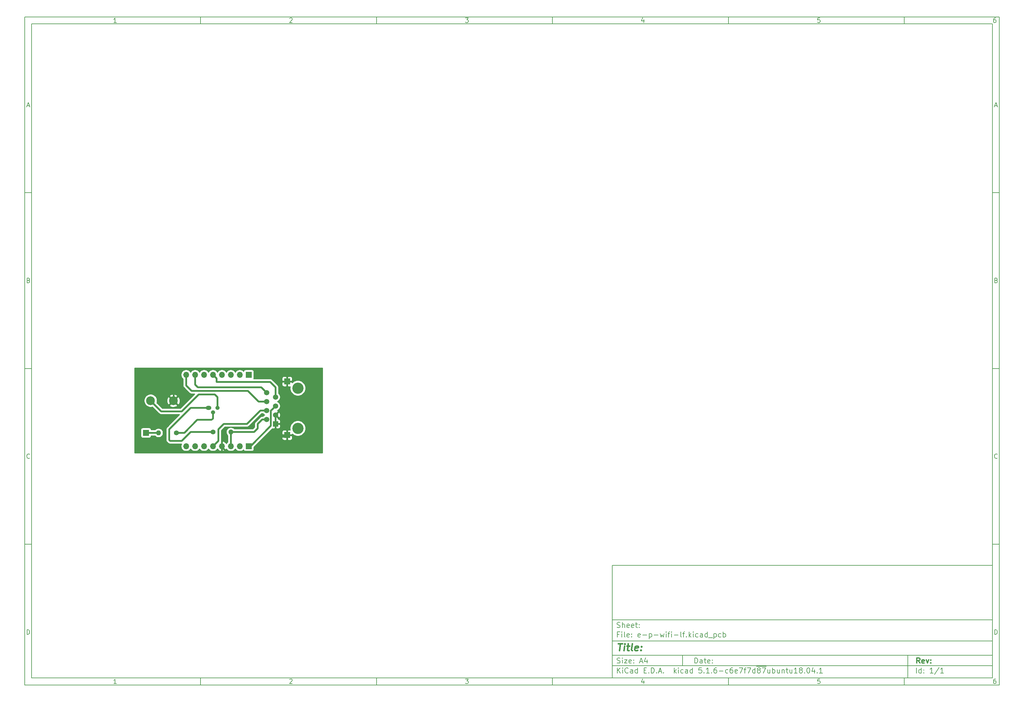
<source format=gbr>
%TF.GenerationSoftware,KiCad,Pcbnew,5.1.6-c6e7f7d~87~ubuntu18.04.1*%
%TF.CreationDate,2022-01-03T17:12:36+01:00*%
%TF.ProjectId,e-p-wifi-lf,652d702d-7769-4666-992d-6c662e6b6963,rev?*%
%TF.SameCoordinates,Original*%
%TF.FileFunction,Copper,L2,Bot*%
%TF.FilePolarity,Positive*%
%FSLAX46Y46*%
G04 Gerber Fmt 4.6, Leading zero omitted, Abs format (unit mm)*
G04 Created by KiCad (PCBNEW 5.1.6-c6e7f7d~87~ubuntu18.04.1) date 2022-01-03 17:12:36*
%MOMM*%
%LPD*%
G01*
G04 APERTURE LIST*
%ADD10C,0.100000*%
%ADD11C,0.150000*%
%ADD12C,0.300000*%
%ADD13C,0.400000*%
%TA.AperFunction,ComponentPad*%
%ADD14R,1.700000X1.700000*%
%TD*%
%TA.AperFunction,ComponentPad*%
%ADD15C,1.500000*%
%TD*%
%TA.AperFunction,ComponentPad*%
%ADD16R,1.500000X1.500000*%
%TD*%
%TA.AperFunction,ComponentPad*%
%ADD17C,3.200001*%
%TD*%
%TA.AperFunction,ComponentPad*%
%ADD18C,3.200000*%
%TD*%
%TA.AperFunction,ComponentPad*%
%ADD19O,1.700000X1.700000*%
%TD*%
%TA.AperFunction,ComponentPad*%
%ADD20C,2.500000*%
%TD*%
%TA.AperFunction,ComponentPad*%
%ADD21O,1.600000X1.200000*%
%TD*%
%TA.AperFunction,ComponentPad*%
%ADD22O,1.200000X1.200000*%
%TD*%
%TA.AperFunction,ComponentPad*%
%ADD23C,1.400000*%
%TD*%
%TA.AperFunction,ComponentPad*%
%ADD24O,1.400000X1.400000*%
%TD*%
%TA.AperFunction,Conductor*%
%ADD25C,0.500000*%
%TD*%
%TA.AperFunction,Conductor*%
%ADD26C,0.250000*%
%TD*%
%TA.AperFunction,Conductor*%
%ADD27C,0.254000*%
%TD*%
G04 APERTURE END LIST*
D10*
D11*
X177002200Y-166007200D02*
X177002200Y-198007200D01*
X285002200Y-198007200D01*
X285002200Y-166007200D01*
X177002200Y-166007200D01*
D10*
D11*
X10000000Y-10000000D02*
X10000000Y-200007200D01*
X287002200Y-200007200D01*
X287002200Y-10000000D01*
X10000000Y-10000000D01*
D10*
D11*
X12000000Y-12000000D02*
X12000000Y-198007200D01*
X285002200Y-198007200D01*
X285002200Y-12000000D01*
X12000000Y-12000000D01*
D10*
D11*
X60000000Y-12000000D02*
X60000000Y-10000000D01*
D10*
D11*
X110000000Y-12000000D02*
X110000000Y-10000000D01*
D10*
D11*
X160000000Y-12000000D02*
X160000000Y-10000000D01*
D10*
D11*
X210000000Y-12000000D02*
X210000000Y-10000000D01*
D10*
D11*
X260000000Y-12000000D02*
X260000000Y-10000000D01*
D10*
D11*
X36065476Y-11588095D02*
X35322619Y-11588095D01*
X35694047Y-11588095D02*
X35694047Y-10288095D01*
X35570238Y-10473809D01*
X35446428Y-10597619D01*
X35322619Y-10659523D01*
D10*
D11*
X85322619Y-10411904D02*
X85384523Y-10350000D01*
X85508333Y-10288095D01*
X85817857Y-10288095D01*
X85941666Y-10350000D01*
X86003571Y-10411904D01*
X86065476Y-10535714D01*
X86065476Y-10659523D01*
X86003571Y-10845238D01*
X85260714Y-11588095D01*
X86065476Y-11588095D01*
D10*
D11*
X135260714Y-10288095D02*
X136065476Y-10288095D01*
X135632142Y-10783333D01*
X135817857Y-10783333D01*
X135941666Y-10845238D01*
X136003571Y-10907142D01*
X136065476Y-11030952D01*
X136065476Y-11340476D01*
X136003571Y-11464285D01*
X135941666Y-11526190D01*
X135817857Y-11588095D01*
X135446428Y-11588095D01*
X135322619Y-11526190D01*
X135260714Y-11464285D01*
D10*
D11*
X185941666Y-10721428D02*
X185941666Y-11588095D01*
X185632142Y-10226190D02*
X185322619Y-11154761D01*
X186127380Y-11154761D01*
D10*
D11*
X236003571Y-10288095D02*
X235384523Y-10288095D01*
X235322619Y-10907142D01*
X235384523Y-10845238D01*
X235508333Y-10783333D01*
X235817857Y-10783333D01*
X235941666Y-10845238D01*
X236003571Y-10907142D01*
X236065476Y-11030952D01*
X236065476Y-11340476D01*
X236003571Y-11464285D01*
X235941666Y-11526190D01*
X235817857Y-11588095D01*
X235508333Y-11588095D01*
X235384523Y-11526190D01*
X235322619Y-11464285D01*
D10*
D11*
X285941666Y-10288095D02*
X285694047Y-10288095D01*
X285570238Y-10350000D01*
X285508333Y-10411904D01*
X285384523Y-10597619D01*
X285322619Y-10845238D01*
X285322619Y-11340476D01*
X285384523Y-11464285D01*
X285446428Y-11526190D01*
X285570238Y-11588095D01*
X285817857Y-11588095D01*
X285941666Y-11526190D01*
X286003571Y-11464285D01*
X286065476Y-11340476D01*
X286065476Y-11030952D01*
X286003571Y-10907142D01*
X285941666Y-10845238D01*
X285817857Y-10783333D01*
X285570238Y-10783333D01*
X285446428Y-10845238D01*
X285384523Y-10907142D01*
X285322619Y-11030952D01*
D10*
D11*
X60000000Y-198007200D02*
X60000000Y-200007200D01*
D10*
D11*
X110000000Y-198007200D02*
X110000000Y-200007200D01*
D10*
D11*
X160000000Y-198007200D02*
X160000000Y-200007200D01*
D10*
D11*
X210000000Y-198007200D02*
X210000000Y-200007200D01*
D10*
D11*
X260000000Y-198007200D02*
X260000000Y-200007200D01*
D10*
D11*
X36065476Y-199595295D02*
X35322619Y-199595295D01*
X35694047Y-199595295D02*
X35694047Y-198295295D01*
X35570238Y-198481009D01*
X35446428Y-198604819D01*
X35322619Y-198666723D01*
D10*
D11*
X85322619Y-198419104D02*
X85384523Y-198357200D01*
X85508333Y-198295295D01*
X85817857Y-198295295D01*
X85941666Y-198357200D01*
X86003571Y-198419104D01*
X86065476Y-198542914D01*
X86065476Y-198666723D01*
X86003571Y-198852438D01*
X85260714Y-199595295D01*
X86065476Y-199595295D01*
D10*
D11*
X135260714Y-198295295D02*
X136065476Y-198295295D01*
X135632142Y-198790533D01*
X135817857Y-198790533D01*
X135941666Y-198852438D01*
X136003571Y-198914342D01*
X136065476Y-199038152D01*
X136065476Y-199347676D01*
X136003571Y-199471485D01*
X135941666Y-199533390D01*
X135817857Y-199595295D01*
X135446428Y-199595295D01*
X135322619Y-199533390D01*
X135260714Y-199471485D01*
D10*
D11*
X185941666Y-198728628D02*
X185941666Y-199595295D01*
X185632142Y-198233390D02*
X185322619Y-199161961D01*
X186127380Y-199161961D01*
D10*
D11*
X236003571Y-198295295D02*
X235384523Y-198295295D01*
X235322619Y-198914342D01*
X235384523Y-198852438D01*
X235508333Y-198790533D01*
X235817857Y-198790533D01*
X235941666Y-198852438D01*
X236003571Y-198914342D01*
X236065476Y-199038152D01*
X236065476Y-199347676D01*
X236003571Y-199471485D01*
X235941666Y-199533390D01*
X235817857Y-199595295D01*
X235508333Y-199595295D01*
X235384523Y-199533390D01*
X235322619Y-199471485D01*
D10*
D11*
X285941666Y-198295295D02*
X285694047Y-198295295D01*
X285570238Y-198357200D01*
X285508333Y-198419104D01*
X285384523Y-198604819D01*
X285322619Y-198852438D01*
X285322619Y-199347676D01*
X285384523Y-199471485D01*
X285446428Y-199533390D01*
X285570238Y-199595295D01*
X285817857Y-199595295D01*
X285941666Y-199533390D01*
X286003571Y-199471485D01*
X286065476Y-199347676D01*
X286065476Y-199038152D01*
X286003571Y-198914342D01*
X285941666Y-198852438D01*
X285817857Y-198790533D01*
X285570238Y-198790533D01*
X285446428Y-198852438D01*
X285384523Y-198914342D01*
X285322619Y-199038152D01*
D10*
D11*
X10000000Y-60000000D02*
X12000000Y-60000000D01*
D10*
D11*
X10000000Y-110000000D02*
X12000000Y-110000000D01*
D10*
D11*
X10000000Y-160000000D02*
X12000000Y-160000000D01*
D10*
D11*
X10690476Y-35216666D02*
X11309523Y-35216666D01*
X10566666Y-35588095D02*
X11000000Y-34288095D01*
X11433333Y-35588095D01*
D10*
D11*
X11092857Y-84907142D02*
X11278571Y-84969047D01*
X11340476Y-85030952D01*
X11402380Y-85154761D01*
X11402380Y-85340476D01*
X11340476Y-85464285D01*
X11278571Y-85526190D01*
X11154761Y-85588095D01*
X10659523Y-85588095D01*
X10659523Y-84288095D01*
X11092857Y-84288095D01*
X11216666Y-84350000D01*
X11278571Y-84411904D01*
X11340476Y-84535714D01*
X11340476Y-84659523D01*
X11278571Y-84783333D01*
X11216666Y-84845238D01*
X11092857Y-84907142D01*
X10659523Y-84907142D01*
D10*
D11*
X11402380Y-135464285D02*
X11340476Y-135526190D01*
X11154761Y-135588095D01*
X11030952Y-135588095D01*
X10845238Y-135526190D01*
X10721428Y-135402380D01*
X10659523Y-135278571D01*
X10597619Y-135030952D01*
X10597619Y-134845238D01*
X10659523Y-134597619D01*
X10721428Y-134473809D01*
X10845238Y-134350000D01*
X11030952Y-134288095D01*
X11154761Y-134288095D01*
X11340476Y-134350000D01*
X11402380Y-134411904D01*
D10*
D11*
X10659523Y-185588095D02*
X10659523Y-184288095D01*
X10969047Y-184288095D01*
X11154761Y-184350000D01*
X11278571Y-184473809D01*
X11340476Y-184597619D01*
X11402380Y-184845238D01*
X11402380Y-185030952D01*
X11340476Y-185278571D01*
X11278571Y-185402380D01*
X11154761Y-185526190D01*
X10969047Y-185588095D01*
X10659523Y-185588095D01*
D10*
D11*
X287002200Y-60000000D02*
X285002200Y-60000000D01*
D10*
D11*
X287002200Y-110000000D02*
X285002200Y-110000000D01*
D10*
D11*
X287002200Y-160000000D02*
X285002200Y-160000000D01*
D10*
D11*
X285692676Y-35216666D02*
X286311723Y-35216666D01*
X285568866Y-35588095D02*
X286002200Y-34288095D01*
X286435533Y-35588095D01*
D10*
D11*
X286095057Y-84907142D02*
X286280771Y-84969047D01*
X286342676Y-85030952D01*
X286404580Y-85154761D01*
X286404580Y-85340476D01*
X286342676Y-85464285D01*
X286280771Y-85526190D01*
X286156961Y-85588095D01*
X285661723Y-85588095D01*
X285661723Y-84288095D01*
X286095057Y-84288095D01*
X286218866Y-84350000D01*
X286280771Y-84411904D01*
X286342676Y-84535714D01*
X286342676Y-84659523D01*
X286280771Y-84783333D01*
X286218866Y-84845238D01*
X286095057Y-84907142D01*
X285661723Y-84907142D01*
D10*
D11*
X286404580Y-135464285D02*
X286342676Y-135526190D01*
X286156961Y-135588095D01*
X286033152Y-135588095D01*
X285847438Y-135526190D01*
X285723628Y-135402380D01*
X285661723Y-135278571D01*
X285599819Y-135030952D01*
X285599819Y-134845238D01*
X285661723Y-134597619D01*
X285723628Y-134473809D01*
X285847438Y-134350000D01*
X286033152Y-134288095D01*
X286156961Y-134288095D01*
X286342676Y-134350000D01*
X286404580Y-134411904D01*
D10*
D11*
X285661723Y-185588095D02*
X285661723Y-184288095D01*
X285971247Y-184288095D01*
X286156961Y-184350000D01*
X286280771Y-184473809D01*
X286342676Y-184597619D01*
X286404580Y-184845238D01*
X286404580Y-185030952D01*
X286342676Y-185278571D01*
X286280771Y-185402380D01*
X286156961Y-185526190D01*
X285971247Y-185588095D01*
X285661723Y-185588095D01*
D10*
D11*
X200434342Y-193785771D02*
X200434342Y-192285771D01*
X200791485Y-192285771D01*
X201005771Y-192357200D01*
X201148628Y-192500057D01*
X201220057Y-192642914D01*
X201291485Y-192928628D01*
X201291485Y-193142914D01*
X201220057Y-193428628D01*
X201148628Y-193571485D01*
X201005771Y-193714342D01*
X200791485Y-193785771D01*
X200434342Y-193785771D01*
X202577200Y-193785771D02*
X202577200Y-193000057D01*
X202505771Y-192857200D01*
X202362914Y-192785771D01*
X202077200Y-192785771D01*
X201934342Y-192857200D01*
X202577200Y-193714342D02*
X202434342Y-193785771D01*
X202077200Y-193785771D01*
X201934342Y-193714342D01*
X201862914Y-193571485D01*
X201862914Y-193428628D01*
X201934342Y-193285771D01*
X202077200Y-193214342D01*
X202434342Y-193214342D01*
X202577200Y-193142914D01*
X203077200Y-192785771D02*
X203648628Y-192785771D01*
X203291485Y-192285771D02*
X203291485Y-193571485D01*
X203362914Y-193714342D01*
X203505771Y-193785771D01*
X203648628Y-193785771D01*
X204720057Y-193714342D02*
X204577200Y-193785771D01*
X204291485Y-193785771D01*
X204148628Y-193714342D01*
X204077200Y-193571485D01*
X204077200Y-193000057D01*
X204148628Y-192857200D01*
X204291485Y-192785771D01*
X204577200Y-192785771D01*
X204720057Y-192857200D01*
X204791485Y-193000057D01*
X204791485Y-193142914D01*
X204077200Y-193285771D01*
X205434342Y-193642914D02*
X205505771Y-193714342D01*
X205434342Y-193785771D01*
X205362914Y-193714342D01*
X205434342Y-193642914D01*
X205434342Y-193785771D01*
X205434342Y-192857200D02*
X205505771Y-192928628D01*
X205434342Y-193000057D01*
X205362914Y-192928628D01*
X205434342Y-192857200D01*
X205434342Y-193000057D01*
D10*
D11*
X177002200Y-194507200D02*
X285002200Y-194507200D01*
D10*
D11*
X178434342Y-196585771D02*
X178434342Y-195085771D01*
X179291485Y-196585771D02*
X178648628Y-195728628D01*
X179291485Y-195085771D02*
X178434342Y-195942914D01*
X179934342Y-196585771D02*
X179934342Y-195585771D01*
X179934342Y-195085771D02*
X179862914Y-195157200D01*
X179934342Y-195228628D01*
X180005771Y-195157200D01*
X179934342Y-195085771D01*
X179934342Y-195228628D01*
X181505771Y-196442914D02*
X181434342Y-196514342D01*
X181220057Y-196585771D01*
X181077200Y-196585771D01*
X180862914Y-196514342D01*
X180720057Y-196371485D01*
X180648628Y-196228628D01*
X180577200Y-195942914D01*
X180577200Y-195728628D01*
X180648628Y-195442914D01*
X180720057Y-195300057D01*
X180862914Y-195157200D01*
X181077200Y-195085771D01*
X181220057Y-195085771D01*
X181434342Y-195157200D01*
X181505771Y-195228628D01*
X182791485Y-196585771D02*
X182791485Y-195800057D01*
X182720057Y-195657200D01*
X182577200Y-195585771D01*
X182291485Y-195585771D01*
X182148628Y-195657200D01*
X182791485Y-196514342D02*
X182648628Y-196585771D01*
X182291485Y-196585771D01*
X182148628Y-196514342D01*
X182077200Y-196371485D01*
X182077200Y-196228628D01*
X182148628Y-196085771D01*
X182291485Y-196014342D01*
X182648628Y-196014342D01*
X182791485Y-195942914D01*
X184148628Y-196585771D02*
X184148628Y-195085771D01*
X184148628Y-196514342D02*
X184005771Y-196585771D01*
X183720057Y-196585771D01*
X183577200Y-196514342D01*
X183505771Y-196442914D01*
X183434342Y-196300057D01*
X183434342Y-195871485D01*
X183505771Y-195728628D01*
X183577200Y-195657200D01*
X183720057Y-195585771D01*
X184005771Y-195585771D01*
X184148628Y-195657200D01*
X186005771Y-195800057D02*
X186505771Y-195800057D01*
X186720057Y-196585771D02*
X186005771Y-196585771D01*
X186005771Y-195085771D01*
X186720057Y-195085771D01*
X187362914Y-196442914D02*
X187434342Y-196514342D01*
X187362914Y-196585771D01*
X187291485Y-196514342D01*
X187362914Y-196442914D01*
X187362914Y-196585771D01*
X188077200Y-196585771D02*
X188077200Y-195085771D01*
X188434342Y-195085771D01*
X188648628Y-195157200D01*
X188791485Y-195300057D01*
X188862914Y-195442914D01*
X188934342Y-195728628D01*
X188934342Y-195942914D01*
X188862914Y-196228628D01*
X188791485Y-196371485D01*
X188648628Y-196514342D01*
X188434342Y-196585771D01*
X188077200Y-196585771D01*
X189577200Y-196442914D02*
X189648628Y-196514342D01*
X189577200Y-196585771D01*
X189505771Y-196514342D01*
X189577200Y-196442914D01*
X189577200Y-196585771D01*
X190220057Y-196157200D02*
X190934342Y-196157200D01*
X190077200Y-196585771D02*
X190577200Y-195085771D01*
X191077200Y-196585771D01*
X191577200Y-196442914D02*
X191648628Y-196514342D01*
X191577200Y-196585771D01*
X191505771Y-196514342D01*
X191577200Y-196442914D01*
X191577200Y-196585771D01*
X194577200Y-196585771D02*
X194577200Y-195085771D01*
X194720057Y-196014342D02*
X195148628Y-196585771D01*
X195148628Y-195585771D02*
X194577200Y-196157200D01*
X195791485Y-196585771D02*
X195791485Y-195585771D01*
X195791485Y-195085771D02*
X195720057Y-195157200D01*
X195791485Y-195228628D01*
X195862914Y-195157200D01*
X195791485Y-195085771D01*
X195791485Y-195228628D01*
X197148628Y-196514342D02*
X197005771Y-196585771D01*
X196720057Y-196585771D01*
X196577200Y-196514342D01*
X196505771Y-196442914D01*
X196434342Y-196300057D01*
X196434342Y-195871485D01*
X196505771Y-195728628D01*
X196577200Y-195657200D01*
X196720057Y-195585771D01*
X197005771Y-195585771D01*
X197148628Y-195657200D01*
X198434342Y-196585771D02*
X198434342Y-195800057D01*
X198362914Y-195657200D01*
X198220057Y-195585771D01*
X197934342Y-195585771D01*
X197791485Y-195657200D01*
X198434342Y-196514342D02*
X198291485Y-196585771D01*
X197934342Y-196585771D01*
X197791485Y-196514342D01*
X197720057Y-196371485D01*
X197720057Y-196228628D01*
X197791485Y-196085771D01*
X197934342Y-196014342D01*
X198291485Y-196014342D01*
X198434342Y-195942914D01*
X199791485Y-196585771D02*
X199791485Y-195085771D01*
X199791485Y-196514342D02*
X199648628Y-196585771D01*
X199362914Y-196585771D01*
X199220057Y-196514342D01*
X199148628Y-196442914D01*
X199077200Y-196300057D01*
X199077200Y-195871485D01*
X199148628Y-195728628D01*
X199220057Y-195657200D01*
X199362914Y-195585771D01*
X199648628Y-195585771D01*
X199791485Y-195657200D01*
X202362914Y-195085771D02*
X201648628Y-195085771D01*
X201577200Y-195800057D01*
X201648628Y-195728628D01*
X201791485Y-195657200D01*
X202148628Y-195657200D01*
X202291485Y-195728628D01*
X202362914Y-195800057D01*
X202434342Y-195942914D01*
X202434342Y-196300057D01*
X202362914Y-196442914D01*
X202291485Y-196514342D01*
X202148628Y-196585771D01*
X201791485Y-196585771D01*
X201648628Y-196514342D01*
X201577200Y-196442914D01*
X203077200Y-196442914D02*
X203148628Y-196514342D01*
X203077200Y-196585771D01*
X203005771Y-196514342D01*
X203077200Y-196442914D01*
X203077200Y-196585771D01*
X204577200Y-196585771D02*
X203720057Y-196585771D01*
X204148628Y-196585771D02*
X204148628Y-195085771D01*
X204005771Y-195300057D01*
X203862914Y-195442914D01*
X203720057Y-195514342D01*
X205220057Y-196442914D02*
X205291485Y-196514342D01*
X205220057Y-196585771D01*
X205148628Y-196514342D01*
X205220057Y-196442914D01*
X205220057Y-196585771D01*
X206577200Y-195085771D02*
X206291485Y-195085771D01*
X206148628Y-195157200D01*
X206077200Y-195228628D01*
X205934342Y-195442914D01*
X205862914Y-195728628D01*
X205862914Y-196300057D01*
X205934342Y-196442914D01*
X206005771Y-196514342D01*
X206148628Y-196585771D01*
X206434342Y-196585771D01*
X206577200Y-196514342D01*
X206648628Y-196442914D01*
X206720057Y-196300057D01*
X206720057Y-195942914D01*
X206648628Y-195800057D01*
X206577200Y-195728628D01*
X206434342Y-195657200D01*
X206148628Y-195657200D01*
X206005771Y-195728628D01*
X205934342Y-195800057D01*
X205862914Y-195942914D01*
X207362914Y-196014342D02*
X208505771Y-196014342D01*
X209862914Y-196514342D02*
X209720057Y-196585771D01*
X209434342Y-196585771D01*
X209291485Y-196514342D01*
X209220057Y-196442914D01*
X209148628Y-196300057D01*
X209148628Y-195871485D01*
X209220057Y-195728628D01*
X209291485Y-195657200D01*
X209434342Y-195585771D01*
X209720057Y-195585771D01*
X209862914Y-195657200D01*
X211148628Y-195085771D02*
X210862914Y-195085771D01*
X210720057Y-195157200D01*
X210648628Y-195228628D01*
X210505771Y-195442914D01*
X210434342Y-195728628D01*
X210434342Y-196300057D01*
X210505771Y-196442914D01*
X210577200Y-196514342D01*
X210720057Y-196585771D01*
X211005771Y-196585771D01*
X211148628Y-196514342D01*
X211220057Y-196442914D01*
X211291485Y-196300057D01*
X211291485Y-195942914D01*
X211220057Y-195800057D01*
X211148628Y-195728628D01*
X211005771Y-195657200D01*
X210720057Y-195657200D01*
X210577200Y-195728628D01*
X210505771Y-195800057D01*
X210434342Y-195942914D01*
X212505771Y-196514342D02*
X212362914Y-196585771D01*
X212077200Y-196585771D01*
X211934342Y-196514342D01*
X211862914Y-196371485D01*
X211862914Y-195800057D01*
X211934342Y-195657200D01*
X212077200Y-195585771D01*
X212362914Y-195585771D01*
X212505771Y-195657200D01*
X212577200Y-195800057D01*
X212577200Y-195942914D01*
X211862914Y-196085771D01*
X213077200Y-195085771D02*
X214077200Y-195085771D01*
X213434342Y-196585771D01*
X214434342Y-195585771D02*
X215005771Y-195585771D01*
X214648628Y-196585771D02*
X214648628Y-195300057D01*
X214720057Y-195157200D01*
X214862914Y-195085771D01*
X215005771Y-195085771D01*
X215362914Y-195085771D02*
X216362914Y-195085771D01*
X215720057Y-196585771D01*
X217577200Y-196585771D02*
X217577200Y-195085771D01*
X217577200Y-196514342D02*
X217434342Y-196585771D01*
X217148628Y-196585771D01*
X217005771Y-196514342D01*
X216934342Y-196442914D01*
X216862914Y-196300057D01*
X216862914Y-195871485D01*
X216934342Y-195728628D01*
X217005771Y-195657200D01*
X217148628Y-195585771D01*
X217434342Y-195585771D01*
X217577200Y-195657200D01*
X217934342Y-194677200D02*
X219362914Y-194677200D01*
X218505771Y-195728628D02*
X218362914Y-195657200D01*
X218291485Y-195585771D01*
X218220057Y-195442914D01*
X218220057Y-195371485D01*
X218291485Y-195228628D01*
X218362914Y-195157200D01*
X218505771Y-195085771D01*
X218791485Y-195085771D01*
X218934342Y-195157200D01*
X219005771Y-195228628D01*
X219077200Y-195371485D01*
X219077200Y-195442914D01*
X219005771Y-195585771D01*
X218934342Y-195657200D01*
X218791485Y-195728628D01*
X218505771Y-195728628D01*
X218362914Y-195800057D01*
X218291485Y-195871485D01*
X218220057Y-196014342D01*
X218220057Y-196300057D01*
X218291485Y-196442914D01*
X218362914Y-196514342D01*
X218505771Y-196585771D01*
X218791485Y-196585771D01*
X218934342Y-196514342D01*
X219005771Y-196442914D01*
X219077200Y-196300057D01*
X219077200Y-196014342D01*
X219005771Y-195871485D01*
X218934342Y-195800057D01*
X218791485Y-195728628D01*
X219362914Y-194677200D02*
X220791485Y-194677200D01*
X219577200Y-195085771D02*
X220577200Y-195085771D01*
X219934342Y-196585771D01*
X221791485Y-195585771D02*
X221791485Y-196585771D01*
X221148628Y-195585771D02*
X221148628Y-196371485D01*
X221220057Y-196514342D01*
X221362914Y-196585771D01*
X221577200Y-196585771D01*
X221720057Y-196514342D01*
X221791485Y-196442914D01*
X222505771Y-196585771D02*
X222505771Y-195085771D01*
X222505771Y-195657200D02*
X222648628Y-195585771D01*
X222934342Y-195585771D01*
X223077200Y-195657200D01*
X223148628Y-195728628D01*
X223220057Y-195871485D01*
X223220057Y-196300057D01*
X223148628Y-196442914D01*
X223077200Y-196514342D01*
X222934342Y-196585771D01*
X222648628Y-196585771D01*
X222505771Y-196514342D01*
X224505771Y-195585771D02*
X224505771Y-196585771D01*
X223862914Y-195585771D02*
X223862914Y-196371485D01*
X223934342Y-196514342D01*
X224077200Y-196585771D01*
X224291485Y-196585771D01*
X224434342Y-196514342D01*
X224505771Y-196442914D01*
X225220057Y-195585771D02*
X225220057Y-196585771D01*
X225220057Y-195728628D02*
X225291485Y-195657200D01*
X225434342Y-195585771D01*
X225648628Y-195585771D01*
X225791485Y-195657200D01*
X225862914Y-195800057D01*
X225862914Y-196585771D01*
X226362914Y-195585771D02*
X226934342Y-195585771D01*
X226577200Y-195085771D02*
X226577200Y-196371485D01*
X226648628Y-196514342D01*
X226791485Y-196585771D01*
X226934342Y-196585771D01*
X228077200Y-195585771D02*
X228077200Y-196585771D01*
X227434342Y-195585771D02*
X227434342Y-196371485D01*
X227505771Y-196514342D01*
X227648628Y-196585771D01*
X227862914Y-196585771D01*
X228005771Y-196514342D01*
X228077200Y-196442914D01*
X229577200Y-196585771D02*
X228720057Y-196585771D01*
X229148628Y-196585771D02*
X229148628Y-195085771D01*
X229005771Y-195300057D01*
X228862914Y-195442914D01*
X228720057Y-195514342D01*
X230434342Y-195728628D02*
X230291485Y-195657200D01*
X230220057Y-195585771D01*
X230148628Y-195442914D01*
X230148628Y-195371485D01*
X230220057Y-195228628D01*
X230291485Y-195157200D01*
X230434342Y-195085771D01*
X230720057Y-195085771D01*
X230862914Y-195157200D01*
X230934342Y-195228628D01*
X231005771Y-195371485D01*
X231005771Y-195442914D01*
X230934342Y-195585771D01*
X230862914Y-195657200D01*
X230720057Y-195728628D01*
X230434342Y-195728628D01*
X230291485Y-195800057D01*
X230220057Y-195871485D01*
X230148628Y-196014342D01*
X230148628Y-196300057D01*
X230220057Y-196442914D01*
X230291485Y-196514342D01*
X230434342Y-196585771D01*
X230720057Y-196585771D01*
X230862914Y-196514342D01*
X230934342Y-196442914D01*
X231005771Y-196300057D01*
X231005771Y-196014342D01*
X230934342Y-195871485D01*
X230862914Y-195800057D01*
X230720057Y-195728628D01*
X231648628Y-196442914D02*
X231720057Y-196514342D01*
X231648628Y-196585771D01*
X231577200Y-196514342D01*
X231648628Y-196442914D01*
X231648628Y-196585771D01*
X232648628Y-195085771D02*
X232791485Y-195085771D01*
X232934342Y-195157200D01*
X233005771Y-195228628D01*
X233077200Y-195371485D01*
X233148628Y-195657200D01*
X233148628Y-196014342D01*
X233077200Y-196300057D01*
X233005771Y-196442914D01*
X232934342Y-196514342D01*
X232791485Y-196585771D01*
X232648628Y-196585771D01*
X232505771Y-196514342D01*
X232434342Y-196442914D01*
X232362914Y-196300057D01*
X232291485Y-196014342D01*
X232291485Y-195657200D01*
X232362914Y-195371485D01*
X232434342Y-195228628D01*
X232505771Y-195157200D01*
X232648628Y-195085771D01*
X234434342Y-195585771D02*
X234434342Y-196585771D01*
X234077200Y-195014342D02*
X233720057Y-196085771D01*
X234648628Y-196085771D01*
X235220057Y-196442914D02*
X235291485Y-196514342D01*
X235220057Y-196585771D01*
X235148628Y-196514342D01*
X235220057Y-196442914D01*
X235220057Y-196585771D01*
X236720057Y-196585771D02*
X235862914Y-196585771D01*
X236291485Y-196585771D02*
X236291485Y-195085771D01*
X236148628Y-195300057D01*
X236005771Y-195442914D01*
X235862914Y-195514342D01*
D10*
D11*
X177002200Y-191507200D02*
X285002200Y-191507200D01*
D10*
D12*
X264411485Y-193785771D02*
X263911485Y-193071485D01*
X263554342Y-193785771D02*
X263554342Y-192285771D01*
X264125771Y-192285771D01*
X264268628Y-192357200D01*
X264340057Y-192428628D01*
X264411485Y-192571485D01*
X264411485Y-192785771D01*
X264340057Y-192928628D01*
X264268628Y-193000057D01*
X264125771Y-193071485D01*
X263554342Y-193071485D01*
X265625771Y-193714342D02*
X265482914Y-193785771D01*
X265197200Y-193785771D01*
X265054342Y-193714342D01*
X264982914Y-193571485D01*
X264982914Y-193000057D01*
X265054342Y-192857200D01*
X265197200Y-192785771D01*
X265482914Y-192785771D01*
X265625771Y-192857200D01*
X265697200Y-193000057D01*
X265697200Y-193142914D01*
X264982914Y-193285771D01*
X266197200Y-192785771D02*
X266554342Y-193785771D01*
X266911485Y-192785771D01*
X267482914Y-193642914D02*
X267554342Y-193714342D01*
X267482914Y-193785771D01*
X267411485Y-193714342D01*
X267482914Y-193642914D01*
X267482914Y-193785771D01*
X267482914Y-192857200D02*
X267554342Y-192928628D01*
X267482914Y-193000057D01*
X267411485Y-192928628D01*
X267482914Y-192857200D01*
X267482914Y-193000057D01*
D10*
D11*
X178362914Y-193714342D02*
X178577200Y-193785771D01*
X178934342Y-193785771D01*
X179077200Y-193714342D01*
X179148628Y-193642914D01*
X179220057Y-193500057D01*
X179220057Y-193357200D01*
X179148628Y-193214342D01*
X179077200Y-193142914D01*
X178934342Y-193071485D01*
X178648628Y-193000057D01*
X178505771Y-192928628D01*
X178434342Y-192857200D01*
X178362914Y-192714342D01*
X178362914Y-192571485D01*
X178434342Y-192428628D01*
X178505771Y-192357200D01*
X178648628Y-192285771D01*
X179005771Y-192285771D01*
X179220057Y-192357200D01*
X179862914Y-193785771D02*
X179862914Y-192785771D01*
X179862914Y-192285771D02*
X179791485Y-192357200D01*
X179862914Y-192428628D01*
X179934342Y-192357200D01*
X179862914Y-192285771D01*
X179862914Y-192428628D01*
X180434342Y-192785771D02*
X181220057Y-192785771D01*
X180434342Y-193785771D01*
X181220057Y-193785771D01*
X182362914Y-193714342D02*
X182220057Y-193785771D01*
X181934342Y-193785771D01*
X181791485Y-193714342D01*
X181720057Y-193571485D01*
X181720057Y-193000057D01*
X181791485Y-192857200D01*
X181934342Y-192785771D01*
X182220057Y-192785771D01*
X182362914Y-192857200D01*
X182434342Y-193000057D01*
X182434342Y-193142914D01*
X181720057Y-193285771D01*
X183077200Y-193642914D02*
X183148628Y-193714342D01*
X183077200Y-193785771D01*
X183005771Y-193714342D01*
X183077200Y-193642914D01*
X183077200Y-193785771D01*
X183077200Y-192857200D02*
X183148628Y-192928628D01*
X183077200Y-193000057D01*
X183005771Y-192928628D01*
X183077200Y-192857200D01*
X183077200Y-193000057D01*
X184862914Y-193357200D02*
X185577200Y-193357200D01*
X184720057Y-193785771D02*
X185220057Y-192285771D01*
X185720057Y-193785771D01*
X186862914Y-192785771D02*
X186862914Y-193785771D01*
X186505771Y-192214342D02*
X186148628Y-193285771D01*
X187077200Y-193285771D01*
D10*
D11*
X263434342Y-196585771D02*
X263434342Y-195085771D01*
X264791485Y-196585771D02*
X264791485Y-195085771D01*
X264791485Y-196514342D02*
X264648628Y-196585771D01*
X264362914Y-196585771D01*
X264220057Y-196514342D01*
X264148628Y-196442914D01*
X264077200Y-196300057D01*
X264077200Y-195871485D01*
X264148628Y-195728628D01*
X264220057Y-195657200D01*
X264362914Y-195585771D01*
X264648628Y-195585771D01*
X264791485Y-195657200D01*
X265505771Y-196442914D02*
X265577200Y-196514342D01*
X265505771Y-196585771D01*
X265434342Y-196514342D01*
X265505771Y-196442914D01*
X265505771Y-196585771D01*
X265505771Y-195657200D02*
X265577200Y-195728628D01*
X265505771Y-195800057D01*
X265434342Y-195728628D01*
X265505771Y-195657200D01*
X265505771Y-195800057D01*
X268148628Y-196585771D02*
X267291485Y-196585771D01*
X267720057Y-196585771D02*
X267720057Y-195085771D01*
X267577200Y-195300057D01*
X267434342Y-195442914D01*
X267291485Y-195514342D01*
X269862914Y-195014342D02*
X268577200Y-196942914D01*
X271148628Y-196585771D02*
X270291485Y-196585771D01*
X270720057Y-196585771D02*
X270720057Y-195085771D01*
X270577200Y-195300057D01*
X270434342Y-195442914D01*
X270291485Y-195514342D01*
D10*
D11*
X177002200Y-187507200D02*
X285002200Y-187507200D01*
D10*
D13*
X178714580Y-188211961D02*
X179857438Y-188211961D01*
X179036009Y-190211961D02*
X179286009Y-188211961D01*
X180274104Y-190211961D02*
X180440771Y-188878628D01*
X180524104Y-188211961D02*
X180416961Y-188307200D01*
X180500295Y-188402438D01*
X180607438Y-188307200D01*
X180524104Y-188211961D01*
X180500295Y-188402438D01*
X181107438Y-188878628D02*
X181869342Y-188878628D01*
X181476485Y-188211961D02*
X181262200Y-189926247D01*
X181333628Y-190116723D01*
X181512200Y-190211961D01*
X181702676Y-190211961D01*
X182655057Y-190211961D02*
X182476485Y-190116723D01*
X182405057Y-189926247D01*
X182619342Y-188211961D01*
X184190771Y-190116723D02*
X183988390Y-190211961D01*
X183607438Y-190211961D01*
X183428866Y-190116723D01*
X183357438Y-189926247D01*
X183452676Y-189164342D01*
X183571723Y-188973866D01*
X183774104Y-188878628D01*
X184155057Y-188878628D01*
X184333628Y-188973866D01*
X184405057Y-189164342D01*
X184381247Y-189354819D01*
X183405057Y-189545295D01*
X185155057Y-190021485D02*
X185238390Y-190116723D01*
X185131247Y-190211961D01*
X185047914Y-190116723D01*
X185155057Y-190021485D01*
X185131247Y-190211961D01*
X185286009Y-188973866D02*
X185369342Y-189069104D01*
X185262200Y-189164342D01*
X185178866Y-189069104D01*
X185286009Y-188973866D01*
X185262200Y-189164342D01*
D10*
D11*
X178934342Y-185600057D02*
X178434342Y-185600057D01*
X178434342Y-186385771D02*
X178434342Y-184885771D01*
X179148628Y-184885771D01*
X179720057Y-186385771D02*
X179720057Y-185385771D01*
X179720057Y-184885771D02*
X179648628Y-184957200D01*
X179720057Y-185028628D01*
X179791485Y-184957200D01*
X179720057Y-184885771D01*
X179720057Y-185028628D01*
X180648628Y-186385771D02*
X180505771Y-186314342D01*
X180434342Y-186171485D01*
X180434342Y-184885771D01*
X181791485Y-186314342D02*
X181648628Y-186385771D01*
X181362914Y-186385771D01*
X181220057Y-186314342D01*
X181148628Y-186171485D01*
X181148628Y-185600057D01*
X181220057Y-185457200D01*
X181362914Y-185385771D01*
X181648628Y-185385771D01*
X181791485Y-185457200D01*
X181862914Y-185600057D01*
X181862914Y-185742914D01*
X181148628Y-185885771D01*
X182505771Y-186242914D02*
X182577200Y-186314342D01*
X182505771Y-186385771D01*
X182434342Y-186314342D01*
X182505771Y-186242914D01*
X182505771Y-186385771D01*
X182505771Y-185457200D02*
X182577200Y-185528628D01*
X182505771Y-185600057D01*
X182434342Y-185528628D01*
X182505771Y-185457200D01*
X182505771Y-185600057D01*
X184934342Y-186314342D02*
X184791485Y-186385771D01*
X184505771Y-186385771D01*
X184362914Y-186314342D01*
X184291485Y-186171485D01*
X184291485Y-185600057D01*
X184362914Y-185457200D01*
X184505771Y-185385771D01*
X184791485Y-185385771D01*
X184934342Y-185457200D01*
X185005771Y-185600057D01*
X185005771Y-185742914D01*
X184291485Y-185885771D01*
X185648628Y-185814342D02*
X186791485Y-185814342D01*
X187505771Y-185385771D02*
X187505771Y-186885771D01*
X187505771Y-185457200D02*
X187648628Y-185385771D01*
X187934342Y-185385771D01*
X188077200Y-185457200D01*
X188148628Y-185528628D01*
X188220057Y-185671485D01*
X188220057Y-186100057D01*
X188148628Y-186242914D01*
X188077200Y-186314342D01*
X187934342Y-186385771D01*
X187648628Y-186385771D01*
X187505771Y-186314342D01*
X188862914Y-185814342D02*
X190005771Y-185814342D01*
X190577200Y-185385771D02*
X190862914Y-186385771D01*
X191148628Y-185671485D01*
X191434342Y-186385771D01*
X191720057Y-185385771D01*
X192291485Y-186385771D02*
X192291485Y-185385771D01*
X192291485Y-184885771D02*
X192220057Y-184957200D01*
X192291485Y-185028628D01*
X192362914Y-184957200D01*
X192291485Y-184885771D01*
X192291485Y-185028628D01*
X192791485Y-185385771D02*
X193362914Y-185385771D01*
X193005771Y-186385771D02*
X193005771Y-185100057D01*
X193077200Y-184957200D01*
X193220057Y-184885771D01*
X193362914Y-184885771D01*
X193862914Y-186385771D02*
X193862914Y-185385771D01*
X193862914Y-184885771D02*
X193791485Y-184957200D01*
X193862914Y-185028628D01*
X193934342Y-184957200D01*
X193862914Y-184885771D01*
X193862914Y-185028628D01*
X194577200Y-185814342D02*
X195720057Y-185814342D01*
X196648628Y-186385771D02*
X196505771Y-186314342D01*
X196434342Y-186171485D01*
X196434342Y-184885771D01*
X197005771Y-185385771D02*
X197577200Y-185385771D01*
X197220057Y-186385771D02*
X197220057Y-185100057D01*
X197291485Y-184957200D01*
X197434342Y-184885771D01*
X197577200Y-184885771D01*
X198077200Y-186242914D02*
X198148628Y-186314342D01*
X198077200Y-186385771D01*
X198005771Y-186314342D01*
X198077200Y-186242914D01*
X198077200Y-186385771D01*
X198791485Y-186385771D02*
X198791485Y-184885771D01*
X198934342Y-185814342D02*
X199362914Y-186385771D01*
X199362914Y-185385771D02*
X198791485Y-185957200D01*
X200005771Y-186385771D02*
X200005771Y-185385771D01*
X200005771Y-184885771D02*
X199934342Y-184957200D01*
X200005771Y-185028628D01*
X200077200Y-184957200D01*
X200005771Y-184885771D01*
X200005771Y-185028628D01*
X201362914Y-186314342D02*
X201220057Y-186385771D01*
X200934342Y-186385771D01*
X200791485Y-186314342D01*
X200720057Y-186242914D01*
X200648628Y-186100057D01*
X200648628Y-185671485D01*
X200720057Y-185528628D01*
X200791485Y-185457200D01*
X200934342Y-185385771D01*
X201220057Y-185385771D01*
X201362914Y-185457200D01*
X202648628Y-186385771D02*
X202648628Y-185600057D01*
X202577200Y-185457200D01*
X202434342Y-185385771D01*
X202148628Y-185385771D01*
X202005771Y-185457200D01*
X202648628Y-186314342D02*
X202505771Y-186385771D01*
X202148628Y-186385771D01*
X202005771Y-186314342D01*
X201934342Y-186171485D01*
X201934342Y-186028628D01*
X202005771Y-185885771D01*
X202148628Y-185814342D01*
X202505771Y-185814342D01*
X202648628Y-185742914D01*
X204005771Y-186385771D02*
X204005771Y-184885771D01*
X204005771Y-186314342D02*
X203862914Y-186385771D01*
X203577200Y-186385771D01*
X203434342Y-186314342D01*
X203362914Y-186242914D01*
X203291485Y-186100057D01*
X203291485Y-185671485D01*
X203362914Y-185528628D01*
X203434342Y-185457200D01*
X203577200Y-185385771D01*
X203862914Y-185385771D01*
X204005771Y-185457200D01*
X204362914Y-186528628D02*
X205505771Y-186528628D01*
X205862914Y-185385771D02*
X205862914Y-186885771D01*
X205862914Y-185457200D02*
X206005771Y-185385771D01*
X206291485Y-185385771D01*
X206434342Y-185457200D01*
X206505771Y-185528628D01*
X206577200Y-185671485D01*
X206577200Y-186100057D01*
X206505771Y-186242914D01*
X206434342Y-186314342D01*
X206291485Y-186385771D01*
X206005771Y-186385771D01*
X205862914Y-186314342D01*
X207862914Y-186314342D02*
X207720057Y-186385771D01*
X207434342Y-186385771D01*
X207291485Y-186314342D01*
X207220057Y-186242914D01*
X207148628Y-186100057D01*
X207148628Y-185671485D01*
X207220057Y-185528628D01*
X207291485Y-185457200D01*
X207434342Y-185385771D01*
X207720057Y-185385771D01*
X207862914Y-185457200D01*
X208505771Y-186385771D02*
X208505771Y-184885771D01*
X208505771Y-185457200D02*
X208648628Y-185385771D01*
X208934342Y-185385771D01*
X209077200Y-185457200D01*
X209148628Y-185528628D01*
X209220057Y-185671485D01*
X209220057Y-186100057D01*
X209148628Y-186242914D01*
X209077200Y-186314342D01*
X208934342Y-186385771D01*
X208648628Y-186385771D01*
X208505771Y-186314342D01*
D10*
D11*
X177002200Y-181507200D02*
X285002200Y-181507200D01*
D10*
D11*
X178362914Y-183614342D02*
X178577200Y-183685771D01*
X178934342Y-183685771D01*
X179077200Y-183614342D01*
X179148628Y-183542914D01*
X179220057Y-183400057D01*
X179220057Y-183257200D01*
X179148628Y-183114342D01*
X179077200Y-183042914D01*
X178934342Y-182971485D01*
X178648628Y-182900057D01*
X178505771Y-182828628D01*
X178434342Y-182757200D01*
X178362914Y-182614342D01*
X178362914Y-182471485D01*
X178434342Y-182328628D01*
X178505771Y-182257200D01*
X178648628Y-182185771D01*
X179005771Y-182185771D01*
X179220057Y-182257200D01*
X179862914Y-183685771D02*
X179862914Y-182185771D01*
X180505771Y-183685771D02*
X180505771Y-182900057D01*
X180434342Y-182757200D01*
X180291485Y-182685771D01*
X180077200Y-182685771D01*
X179934342Y-182757200D01*
X179862914Y-182828628D01*
X181791485Y-183614342D02*
X181648628Y-183685771D01*
X181362914Y-183685771D01*
X181220057Y-183614342D01*
X181148628Y-183471485D01*
X181148628Y-182900057D01*
X181220057Y-182757200D01*
X181362914Y-182685771D01*
X181648628Y-182685771D01*
X181791485Y-182757200D01*
X181862914Y-182900057D01*
X181862914Y-183042914D01*
X181148628Y-183185771D01*
X183077200Y-183614342D02*
X182934342Y-183685771D01*
X182648628Y-183685771D01*
X182505771Y-183614342D01*
X182434342Y-183471485D01*
X182434342Y-182900057D01*
X182505771Y-182757200D01*
X182648628Y-182685771D01*
X182934342Y-182685771D01*
X183077200Y-182757200D01*
X183148628Y-182900057D01*
X183148628Y-183042914D01*
X182434342Y-183185771D01*
X183577200Y-182685771D02*
X184148628Y-182685771D01*
X183791485Y-182185771D02*
X183791485Y-183471485D01*
X183862914Y-183614342D01*
X184005771Y-183685771D01*
X184148628Y-183685771D01*
X184648628Y-183542914D02*
X184720057Y-183614342D01*
X184648628Y-183685771D01*
X184577200Y-183614342D01*
X184648628Y-183542914D01*
X184648628Y-183685771D01*
X184648628Y-182757200D02*
X184720057Y-182828628D01*
X184648628Y-182900057D01*
X184577200Y-182828628D01*
X184648628Y-182757200D01*
X184648628Y-182900057D01*
D10*
D11*
X197002200Y-191507200D02*
X197002200Y-194507200D01*
D10*
D11*
X261002200Y-191507200D02*
X261002200Y-198007200D01*
D14*
%TO.P,J3,10*%
%TO.N,GND*%
X84582000Y-128905000D03*
%TO.P,J3,9*%
X84582000Y-113665000D03*
D15*
%TO.P,J3,8*%
%TO.N,Net-(J2-PadA5)*%
X78740000Y-116840000D03*
%TO.P,J3,7*%
%TO.N,Net-(J2-PadA3)*%
X81280000Y-118110000D03*
%TO.P,J3,6*%
%TO.N,Net-(J2-PadA6)*%
X78740000Y-119380000D03*
%TO.P,J3,5*%
%TO.N,Net-(J2-Pad+5V)*%
X81280000Y-120650000D03*
%TO.P,J3,4*%
%TO.N,Net-(J2-PadReset)*%
X78740000Y-121920000D03*
%TO.P,J3,3*%
%TO.N,GND*%
X81280000Y-123190000D03*
%TO.P,J3,2*%
%TO.N,Net-(J2-Pad3.3V)*%
X78740000Y-124460000D03*
D16*
%TO.P,J3,1*%
%TO.N,GND*%
X81280000Y-125730000D03*
D17*
%TO.P,J3,*%
%TO.N,*%
X87630000Y-127000000D03*
D18*
X87630000Y-115570000D03*
%TD*%
D14*
%TO.P,J2,AREF*%
%TO.N,Net-(J2-PadAREF)*%
X73660000Y-111760000D03*
D19*
%TO.P,J2,A3*%
%TO.N,Net-(J2-PadA3)*%
X63500000Y-111760000D03*
%TO.P,J2,A6*%
%TO.N,Net-(J2-PadA6)*%
X55880000Y-111760000D03*
%TO.P,J2,A0*%
%TO.N,Net-(J2-PadA0)*%
X71120000Y-111760000D03*
%TO.P,J2,A5*%
%TO.N,Net-(J2-PadA5)*%
X58420000Y-111760000D03*
%TO.P,J2,A4*%
%TO.N,Net-(J2-PadA4)*%
X60960000Y-111760000D03*
%TO.P,J2,A1*%
%TO.N,Net-(J2-PadA1)*%
X68580000Y-111760000D03*
%TO.P,J2,A2*%
%TO.N,Net-(J2-PadA2)*%
X66040000Y-111760000D03*
%TO.P,J2,D12*%
%TO.N,Net-(J2-PadD12)*%
X55880000Y-132080000D03*
%TO.P,J2,D13*%
%TO.N,Net-(J2-PadD13)*%
X58420000Y-132080000D03*
%TO.P,J2,D14*%
%TO.N,Net-(J2-PadD14)*%
X60960000Y-132080000D03*
%TO.P,J2,Reset*%
%TO.N,Net-(J2-PadReset)*%
X63500000Y-132080000D03*
%TO.P,J2,GND*%
%TO.N,GND*%
X66040000Y-132080000D03*
%TO.P,J2,3.3V*%
%TO.N,Net-(J2-Pad3.3V)*%
X68580000Y-132080000D03*
%TO.P,J2,VIN*%
%TO.N,Net-(J2-PadVIN)*%
X71120000Y-132080000D03*
D14*
%TO.P,J2,+5V*%
%TO.N,Net-(J2-Pad+5V)*%
X73660000Y-132080000D03*
%TD*%
%TO.P,J1,1*%
%TO.N,Net-(J1-Pad1)*%
X44450000Y-128270000D03*
%TD*%
D20*
%TO.P,LS1,2*%
%TO.N,GND*%
X52272000Y-119126000D03*
%TO.P,LS1,1*%
%TO.N,Net-(LS1-Pad1)*%
X45772000Y-119126000D03*
%TD*%
D21*
%TO.P,Q1,1*%
%TO.N,Net-(Q1-Pad1)*%
X62230000Y-121158000D03*
D22*
%TO.P,Q1,2*%
%TO.N,Net-(Q1-Pad2)*%
X63500000Y-122428000D03*
%TO.P,Q1,3*%
%TO.N,Net-(LS1-Pad1)*%
X64770000Y-121158000D03*
%TD*%
D23*
%TO.P,R1,1*%
%TO.N,Net-(Q1-Pad2)*%
X53086000Y-128270000D03*
D24*
%TO.P,R1,2*%
%TO.N,Net-(J1-Pad1)*%
X48006000Y-128270000D03*
%TD*%
%TO.P,R2,2*%
%TO.N,Net-(J2-Pad3.3V)*%
X68580000Y-128016000D03*
D23*
%TO.P,R2,1*%
%TO.N,Net-(Q1-Pad1)*%
X63500000Y-128016000D03*
%TD*%
D25*
%TO.N,Net-(J1-Pad1)*%
X44450000Y-128270000D02*
X48006000Y-128270000D01*
%TO.N,Net-(J2-Pad3.3V)*%
X78740000Y-124460000D02*
X77470000Y-124460000D01*
X77470000Y-124460000D02*
X76200000Y-125730000D01*
X76200000Y-125730000D02*
X76200000Y-127000000D01*
X76200000Y-127000000D02*
X75184000Y-128016000D01*
X75184000Y-128016000D02*
X68580000Y-128016000D01*
X68580000Y-128016000D02*
X68580000Y-132080000D01*
D26*
%TO.N,GND*%
X66040000Y-132080000D02*
X66040000Y-132842000D01*
D25*
X84582000Y-113157000D02*
X84582000Y-119888000D01*
X84582000Y-119888000D02*
X81280000Y-123190000D01*
X81280000Y-123190000D02*
X81280000Y-125730000D01*
X81280000Y-125730000D02*
X82804000Y-125730000D01*
X82804000Y-125730000D02*
X84582000Y-127508000D01*
X84582000Y-127508000D02*
X84582000Y-129286000D01*
X84582000Y-129413000D02*
X83185000Y-129413000D01*
X83185000Y-129413000D02*
X79217999Y-133380001D01*
X79217999Y-133380001D02*
X78994000Y-133604000D01*
X78994000Y-133604000D02*
X67310000Y-133604000D01*
X67310000Y-133604000D02*
X66040000Y-132334000D01*
X67310000Y-133604000D02*
X44196000Y-133604000D01*
X44196000Y-133604000D02*
X41910000Y-131318000D01*
X41910000Y-131318000D02*
X41910000Y-115062000D01*
X41910000Y-115062000D02*
X44958000Y-112014000D01*
X44958000Y-112014000D02*
X50292000Y-112014000D01*
X50292000Y-112014000D02*
X52324000Y-114046000D01*
X52324000Y-114046000D02*
X52324000Y-119126000D01*
%TO.N,Net-(J2-PadReset)*%
X76962000Y-121920000D02*
X78740000Y-121920000D01*
X73152000Y-125730000D02*
X76962000Y-121920000D01*
X65024000Y-127254000D02*
X66548000Y-125730000D01*
X63500000Y-132080000D02*
X65024000Y-130556000D01*
X66548000Y-125730000D02*
X73152000Y-125730000D01*
X65024000Y-130556000D02*
X65024000Y-127254000D01*
%TO.N,Net-(J2-PadA5)*%
X78740000Y-116840000D02*
X77216000Y-115316000D01*
X77216000Y-115316000D02*
X59182000Y-115316000D01*
X58420000Y-114554000D02*
X59182000Y-115316000D01*
X58420000Y-111760000D02*
X58420000Y-114554000D01*
%TO.N,Net-(J2-PadA6)*%
X55880000Y-111760000D02*
X55880000Y-114300000D01*
X55880000Y-114300000D02*
X55880000Y-114808000D01*
X55880000Y-114808000D02*
X57404000Y-116332000D01*
X57404000Y-116332000D02*
X73406000Y-116332000D01*
X73406000Y-116332000D02*
X76454000Y-119380000D01*
X76454000Y-119380000D02*
X78740000Y-119380000D01*
%TO.N,Net-(J2-PadA3)*%
X81280000Y-118110000D02*
X81280000Y-115316000D01*
X81280000Y-115316000D02*
X79756000Y-113792000D01*
X79756000Y-113792000D02*
X65278000Y-113792000D01*
X65278000Y-113792000D02*
X64516000Y-113792000D01*
X64516000Y-113792000D02*
X64516000Y-112776000D01*
X64516000Y-112776000D02*
X63754000Y-112014000D01*
%TO.N,Net-(J2-Pad+5V)*%
X81280000Y-120650000D02*
X80264000Y-121666000D01*
X79940001Y-121989999D02*
X79940001Y-126307999D01*
X80264000Y-121666000D02*
X79940001Y-121989999D01*
X79940001Y-126307999D02*
X74168000Y-132080000D01*
X74168000Y-132080000D02*
X73660000Y-132080000D01*
%TO.N,Net-(LS1-Pad1)*%
X64770000Y-121158000D02*
X64770000Y-118364000D01*
X64770000Y-118364000D02*
X64770000Y-118110000D01*
X64770000Y-118110000D02*
X64008000Y-117348000D01*
X64008000Y-117348000D02*
X59436000Y-117348000D01*
X59436000Y-117348000D02*
X54610000Y-122174000D01*
X54610000Y-122174000D02*
X48768000Y-122174000D01*
X48768000Y-122174000D02*
X45974000Y-119380000D01*
%TO.N,Net-(Q1-Pad1)*%
X57150000Y-121158000D02*
X62230000Y-121158000D01*
X57150000Y-128016000D02*
X54610000Y-130556000D01*
X63500000Y-128016000D02*
X57150000Y-128016000D01*
X51054000Y-130302000D02*
X51054000Y-127254000D01*
X54610000Y-130556000D02*
X51308000Y-130556000D01*
X51308000Y-130556000D02*
X51054000Y-130302000D01*
X51054000Y-127254000D02*
X57150000Y-121158000D01*
%TO.N,Net-(Q1-Pad2)*%
X53086000Y-128270000D02*
X55372000Y-128270000D01*
X63500000Y-122428000D02*
X63500000Y-124206000D01*
X63119000Y-124587000D02*
X59055000Y-124587000D01*
X63500000Y-124206000D02*
X63119000Y-124587000D01*
X55372000Y-128270000D02*
X59055000Y-124587000D01*
%TD*%
D27*
%TO.N,GND*%
G36*
X94590001Y-133960000D02*
G01*
X41300000Y-133960000D01*
X41300000Y-127420000D01*
X42961928Y-127420000D01*
X42961928Y-129120000D01*
X42974188Y-129244482D01*
X43010498Y-129364180D01*
X43069463Y-129474494D01*
X43148815Y-129571185D01*
X43245506Y-129650537D01*
X43355820Y-129709502D01*
X43475518Y-129745812D01*
X43600000Y-129758072D01*
X45300000Y-129758072D01*
X45424482Y-129745812D01*
X45544180Y-129709502D01*
X45654494Y-129650537D01*
X45751185Y-129571185D01*
X45830537Y-129474494D01*
X45889502Y-129364180D01*
X45925812Y-129244482D01*
X45934625Y-129155000D01*
X47003025Y-129155000D01*
X47154987Y-129306962D01*
X47373641Y-129453061D01*
X47616595Y-129553696D01*
X47874514Y-129605000D01*
X48137486Y-129605000D01*
X48395405Y-129553696D01*
X48638359Y-129453061D01*
X48857013Y-129306962D01*
X49042962Y-129121013D01*
X49189061Y-128902359D01*
X49289696Y-128659405D01*
X49341000Y-128401486D01*
X49341000Y-128138514D01*
X49289696Y-127880595D01*
X49189061Y-127637641D01*
X49042962Y-127418987D01*
X48857013Y-127233038D01*
X48638359Y-127086939D01*
X48395405Y-126986304D01*
X48137486Y-126935000D01*
X47874514Y-126935000D01*
X47616595Y-126986304D01*
X47373641Y-127086939D01*
X47154987Y-127233038D01*
X47003025Y-127385000D01*
X45934625Y-127385000D01*
X45925812Y-127295518D01*
X45889502Y-127175820D01*
X45830537Y-127065506D01*
X45751185Y-126968815D01*
X45654494Y-126889463D01*
X45544180Y-126830498D01*
X45424482Y-126794188D01*
X45300000Y-126781928D01*
X43600000Y-126781928D01*
X43475518Y-126794188D01*
X43355820Y-126830498D01*
X43245506Y-126889463D01*
X43148815Y-126968815D01*
X43069463Y-127065506D01*
X43010498Y-127175820D01*
X42974188Y-127295518D01*
X42961928Y-127420000D01*
X41300000Y-127420000D01*
X41300000Y-118940344D01*
X43887000Y-118940344D01*
X43887000Y-119311656D01*
X43959439Y-119675834D01*
X44101534Y-120018882D01*
X44307825Y-120327618D01*
X44570382Y-120590175D01*
X44879118Y-120796466D01*
X45222166Y-120938561D01*
X45586344Y-121011000D01*
X45957656Y-121011000D01*
X46287760Y-120945339D01*
X48111470Y-122769049D01*
X48139183Y-122802817D01*
X48172951Y-122830530D01*
X48172953Y-122830532D01*
X48273941Y-122913411D01*
X48427686Y-122995589D01*
X48594510Y-123046195D01*
X48724523Y-123059000D01*
X48724531Y-123059000D01*
X48768000Y-123063281D01*
X48811469Y-123059000D01*
X53997421Y-123059000D01*
X50458952Y-126597470D01*
X50425184Y-126625183D01*
X50397471Y-126658951D01*
X50397468Y-126658954D01*
X50314590Y-126759941D01*
X50232412Y-126913687D01*
X50181805Y-127080510D01*
X50164719Y-127254000D01*
X50169001Y-127297479D01*
X50169000Y-130258531D01*
X50164719Y-130302000D01*
X50169000Y-130345469D01*
X50169000Y-130345476D01*
X50181805Y-130475489D01*
X50232411Y-130642312D01*
X50314589Y-130796058D01*
X50425183Y-130930817D01*
X50458956Y-130958534D01*
X50651466Y-131151044D01*
X50679183Y-131184817D01*
X50813941Y-131295411D01*
X50967687Y-131377589D01*
X51134510Y-131428195D01*
X51264523Y-131441000D01*
X51264533Y-131441000D01*
X51307999Y-131445281D01*
X51351465Y-131441000D01*
X54537330Y-131441000D01*
X54452068Y-131646842D01*
X54395000Y-131933740D01*
X54395000Y-132226260D01*
X54452068Y-132513158D01*
X54564010Y-132783411D01*
X54726525Y-133026632D01*
X54933368Y-133233475D01*
X55176589Y-133395990D01*
X55446842Y-133507932D01*
X55733740Y-133565000D01*
X56026260Y-133565000D01*
X56313158Y-133507932D01*
X56583411Y-133395990D01*
X56826632Y-133233475D01*
X57033475Y-133026632D01*
X57150000Y-132852240D01*
X57266525Y-133026632D01*
X57473368Y-133233475D01*
X57716589Y-133395990D01*
X57986842Y-133507932D01*
X58273740Y-133565000D01*
X58566260Y-133565000D01*
X58853158Y-133507932D01*
X59123411Y-133395990D01*
X59366632Y-133233475D01*
X59573475Y-133026632D01*
X59690000Y-132852240D01*
X59806525Y-133026632D01*
X60013368Y-133233475D01*
X60256589Y-133395990D01*
X60526842Y-133507932D01*
X60813740Y-133565000D01*
X61106260Y-133565000D01*
X61393158Y-133507932D01*
X61663411Y-133395990D01*
X61906632Y-133233475D01*
X62113475Y-133026632D01*
X62230000Y-132852240D01*
X62346525Y-133026632D01*
X62553368Y-133233475D01*
X62796589Y-133395990D01*
X63066842Y-133507932D01*
X63353740Y-133565000D01*
X63646260Y-133565000D01*
X63933158Y-133507932D01*
X64203411Y-133395990D01*
X64446632Y-133233475D01*
X64653475Y-133026632D01*
X64775195Y-132844466D01*
X64844822Y-132961355D01*
X65039731Y-133177588D01*
X65273080Y-133351641D01*
X65535901Y-133476825D01*
X65683110Y-133521476D01*
X65913000Y-133400155D01*
X65913000Y-132207000D01*
X65893000Y-132207000D01*
X65893000Y-131953000D01*
X65913000Y-131953000D01*
X65913000Y-130759845D01*
X65890577Y-130748011D01*
X65896195Y-130729490D01*
X65909000Y-130599477D01*
X65909000Y-130599467D01*
X65913281Y-130556001D01*
X65909000Y-130512535D01*
X65909000Y-127620578D01*
X66914579Y-126615000D01*
X73108531Y-126615000D01*
X73152000Y-126619281D01*
X73195469Y-126615000D01*
X73195477Y-126615000D01*
X73325490Y-126602195D01*
X73492313Y-126551589D01*
X73646059Y-126469411D01*
X73780817Y-126358817D01*
X73808534Y-126325044D01*
X77328579Y-122805000D01*
X77666315Y-122805000D01*
X77857114Y-122995799D01*
X78083957Y-123147371D01*
X78186873Y-123190000D01*
X78083957Y-123232629D01*
X77857114Y-123384201D01*
X77666315Y-123575000D01*
X77513465Y-123575000D01*
X77469999Y-123570719D01*
X77426533Y-123575000D01*
X77426523Y-123575000D01*
X77296510Y-123587805D01*
X77129687Y-123638411D01*
X76975941Y-123720589D01*
X76975939Y-123720590D01*
X76975940Y-123720590D01*
X76874953Y-123803468D01*
X76874951Y-123803470D01*
X76841183Y-123831183D01*
X76813470Y-123864951D01*
X75604956Y-125073466D01*
X75571183Y-125101183D01*
X75460589Y-125235942D01*
X75378411Y-125389688D01*
X75327805Y-125556511D01*
X75315000Y-125686524D01*
X75315000Y-125686531D01*
X75310719Y-125730000D01*
X75315000Y-125773470D01*
X75315001Y-126633421D01*
X74817422Y-127131000D01*
X69582975Y-127131000D01*
X69431013Y-126979038D01*
X69212359Y-126832939D01*
X68969405Y-126732304D01*
X68711486Y-126681000D01*
X68448514Y-126681000D01*
X68190595Y-126732304D01*
X67947641Y-126832939D01*
X67728987Y-126979038D01*
X67543038Y-127164987D01*
X67396939Y-127383641D01*
X67296304Y-127626595D01*
X67245000Y-127884514D01*
X67245000Y-128147486D01*
X67296304Y-128405405D01*
X67396939Y-128648359D01*
X67543038Y-128867013D01*
X67695000Y-129018975D01*
X67695001Y-130885343D01*
X67633368Y-130926525D01*
X67426525Y-131133368D01*
X67304805Y-131315534D01*
X67235178Y-131198645D01*
X67040269Y-130982412D01*
X66806920Y-130808359D01*
X66544099Y-130683175D01*
X66396890Y-130638524D01*
X66167000Y-130759845D01*
X66167000Y-131953000D01*
X66187000Y-131953000D01*
X66187000Y-132207000D01*
X66167000Y-132207000D01*
X66167000Y-133400155D01*
X66396890Y-133521476D01*
X66544099Y-133476825D01*
X66806920Y-133351641D01*
X67040269Y-133177588D01*
X67235178Y-132961355D01*
X67304805Y-132844466D01*
X67426525Y-133026632D01*
X67633368Y-133233475D01*
X67876589Y-133395990D01*
X68146842Y-133507932D01*
X68433740Y-133565000D01*
X68726260Y-133565000D01*
X69013158Y-133507932D01*
X69283411Y-133395990D01*
X69526632Y-133233475D01*
X69733475Y-133026632D01*
X69850000Y-132852240D01*
X69966525Y-133026632D01*
X70173368Y-133233475D01*
X70416589Y-133395990D01*
X70686842Y-133507932D01*
X70973740Y-133565000D01*
X71266260Y-133565000D01*
X71553158Y-133507932D01*
X71823411Y-133395990D01*
X72066632Y-133233475D01*
X72198487Y-133101620D01*
X72220498Y-133174180D01*
X72279463Y-133284494D01*
X72358815Y-133381185D01*
X72455506Y-133460537D01*
X72565820Y-133519502D01*
X72685518Y-133555812D01*
X72810000Y-133568072D01*
X74510000Y-133568072D01*
X74634482Y-133555812D01*
X74754180Y-133519502D01*
X74864494Y-133460537D01*
X74961185Y-133381185D01*
X75040537Y-133284494D01*
X75099502Y-133174180D01*
X75135812Y-133054482D01*
X75148072Y-132930000D01*
X75148072Y-132351506D01*
X77744578Y-129755000D01*
X83093928Y-129755000D01*
X83106188Y-129879482D01*
X83142498Y-129999180D01*
X83201463Y-130109494D01*
X83280815Y-130206185D01*
X83377506Y-130285537D01*
X83487820Y-130344502D01*
X83607518Y-130380812D01*
X83732000Y-130393072D01*
X84296250Y-130390000D01*
X84455000Y-130231250D01*
X84455000Y-129032000D01*
X84709000Y-129032000D01*
X84709000Y-130231250D01*
X84867750Y-130390000D01*
X85432000Y-130393072D01*
X85556482Y-130380812D01*
X85676180Y-130344502D01*
X85786494Y-130285537D01*
X85883185Y-130206185D01*
X85962537Y-130109494D01*
X86021502Y-129999180D01*
X86057812Y-129879482D01*
X86070072Y-129755000D01*
X86067000Y-129190750D01*
X85908250Y-129032000D01*
X84709000Y-129032000D01*
X84455000Y-129032000D01*
X83255750Y-129032000D01*
X83097000Y-129190750D01*
X83093928Y-129755000D01*
X77744578Y-129755000D01*
X79444578Y-128055000D01*
X83093928Y-128055000D01*
X83097000Y-128619250D01*
X83255750Y-128778000D01*
X84455000Y-128778000D01*
X84455000Y-127578750D01*
X84709000Y-127578750D01*
X84709000Y-128778000D01*
X85908250Y-128778000D01*
X86067000Y-128619250D01*
X86067116Y-128597883D01*
X86205271Y-128736038D01*
X86571331Y-128980631D01*
X86978075Y-129149110D01*
X87409872Y-129235000D01*
X87850128Y-129235000D01*
X88281925Y-129149110D01*
X88688669Y-128980631D01*
X89054729Y-128736038D01*
X89366038Y-128424729D01*
X89610631Y-128058669D01*
X89779110Y-127651925D01*
X89865000Y-127220128D01*
X89865000Y-126779872D01*
X89779110Y-126348075D01*
X89610631Y-125941331D01*
X89366038Y-125575271D01*
X89054729Y-125263962D01*
X88688669Y-125019369D01*
X88281925Y-124850890D01*
X87850128Y-124765000D01*
X87409872Y-124765000D01*
X86978075Y-124850890D01*
X86571331Y-125019369D01*
X86205271Y-125263962D01*
X85893962Y-125575271D01*
X85649369Y-125941331D01*
X85480890Y-126348075D01*
X85395000Y-126779872D01*
X85395000Y-127220128D01*
X85434189Y-127417144D01*
X85432000Y-127416928D01*
X84867750Y-127420000D01*
X84709000Y-127578750D01*
X84455000Y-127578750D01*
X84296250Y-127420000D01*
X83732000Y-127416928D01*
X83607518Y-127429188D01*
X83487820Y-127465498D01*
X83377506Y-127524463D01*
X83280815Y-127603815D01*
X83201463Y-127700506D01*
X83142498Y-127810820D01*
X83106188Y-127930518D01*
X83093928Y-128055000D01*
X79444578Y-128055000D01*
X80396502Y-127103077D01*
X80405518Y-127105812D01*
X80530000Y-127118072D01*
X80994250Y-127115000D01*
X81153000Y-126956250D01*
X81153000Y-125857000D01*
X81407000Y-125857000D01*
X81407000Y-126956250D01*
X81565750Y-127115000D01*
X82030000Y-127118072D01*
X82154482Y-127105812D01*
X82274180Y-127069502D01*
X82384494Y-127010537D01*
X82481185Y-126931185D01*
X82560537Y-126834494D01*
X82619502Y-126724180D01*
X82655812Y-126604482D01*
X82668072Y-126480000D01*
X82665000Y-126015750D01*
X82506250Y-125857000D01*
X81407000Y-125857000D01*
X81153000Y-125857000D01*
X81133000Y-125857000D01*
X81133000Y-125603000D01*
X81153000Y-125603000D01*
X81153000Y-125583000D01*
X81407000Y-125583000D01*
X81407000Y-125603000D01*
X82506250Y-125603000D01*
X82665000Y-125444250D01*
X82668072Y-124980000D01*
X82655812Y-124855518D01*
X82619502Y-124735820D01*
X82560537Y-124625506D01*
X82481185Y-124528815D01*
X82384494Y-124449463D01*
X82274180Y-124390498D01*
X82154482Y-124354188D01*
X82030000Y-124341928D01*
X82003867Y-124342101D01*
X82057388Y-124146993D01*
X81280000Y-123369605D01*
X81265858Y-123383748D01*
X81086253Y-123204143D01*
X81100395Y-123190000D01*
X81459605Y-123190000D01*
X82236993Y-123967388D01*
X82475860Y-123901863D01*
X82591760Y-123654884D01*
X82657250Y-123390040D01*
X82669812Y-123117508D01*
X82628965Y-122847762D01*
X82536277Y-122591168D01*
X82475860Y-122478137D01*
X82236993Y-122412612D01*
X81459605Y-123190000D01*
X81100395Y-123190000D01*
X81086253Y-123175858D01*
X81265858Y-122996253D01*
X81280000Y-123010395D01*
X82057388Y-122233007D01*
X81991863Y-121994140D01*
X81833523Y-121919836D01*
X81936043Y-121877371D01*
X82162886Y-121725799D01*
X82355799Y-121532886D01*
X82507371Y-121306043D01*
X82611775Y-121053989D01*
X82665000Y-120786411D01*
X82665000Y-120513589D01*
X82611775Y-120246011D01*
X82507371Y-119993957D01*
X82355799Y-119767114D01*
X82162886Y-119574201D01*
X81936043Y-119422629D01*
X81833127Y-119380000D01*
X81936043Y-119337371D01*
X82162886Y-119185799D01*
X82355799Y-118992886D01*
X82507371Y-118766043D01*
X82611775Y-118513989D01*
X82665000Y-118246411D01*
X82665000Y-117973589D01*
X82611775Y-117706011D01*
X82507371Y-117453957D01*
X82355799Y-117227114D01*
X82165000Y-117036315D01*
X82165000Y-115359465D01*
X82169281Y-115315999D01*
X82165000Y-115272533D01*
X82165000Y-115272523D01*
X82152195Y-115142510D01*
X82101589Y-114975687D01*
X82019411Y-114821941D01*
X81967904Y-114759180D01*
X81936532Y-114720953D01*
X81936530Y-114720951D01*
X81908817Y-114687183D01*
X81875049Y-114659470D01*
X81730579Y-114515000D01*
X83093928Y-114515000D01*
X83106188Y-114639482D01*
X83142498Y-114759180D01*
X83201463Y-114869494D01*
X83280815Y-114966185D01*
X83377506Y-115045537D01*
X83487820Y-115104502D01*
X83607518Y-115140812D01*
X83732000Y-115153072D01*
X84296250Y-115150000D01*
X84455000Y-114991250D01*
X84455000Y-113792000D01*
X84709000Y-113792000D01*
X84709000Y-114991250D01*
X84867750Y-115150000D01*
X85432000Y-115153072D01*
X85434189Y-115152856D01*
X85395000Y-115349872D01*
X85395000Y-115790128D01*
X85480890Y-116221925D01*
X85649369Y-116628669D01*
X85893962Y-116994729D01*
X86205271Y-117306038D01*
X86571331Y-117550631D01*
X86978075Y-117719110D01*
X87409872Y-117805000D01*
X87850128Y-117805000D01*
X88281925Y-117719110D01*
X88688669Y-117550631D01*
X89054729Y-117306038D01*
X89366038Y-116994729D01*
X89610631Y-116628669D01*
X89779110Y-116221925D01*
X89865000Y-115790128D01*
X89865000Y-115349872D01*
X89779110Y-114918075D01*
X89610631Y-114511331D01*
X89366038Y-114145271D01*
X89054729Y-113833962D01*
X88688669Y-113589369D01*
X88281925Y-113420890D01*
X87850128Y-113335000D01*
X87409872Y-113335000D01*
X86978075Y-113420890D01*
X86571331Y-113589369D01*
X86205271Y-113833962D01*
X86067116Y-113972117D01*
X86067000Y-113950750D01*
X85908250Y-113792000D01*
X84709000Y-113792000D01*
X84455000Y-113792000D01*
X83255750Y-113792000D01*
X83097000Y-113950750D01*
X83093928Y-114515000D01*
X81730579Y-114515000D01*
X80412534Y-113196956D01*
X80384817Y-113163183D01*
X80250059Y-113052589D01*
X80096313Y-112970411D01*
X79929490Y-112919805D01*
X79799477Y-112907000D01*
X79799469Y-112907000D01*
X79756000Y-112902719D01*
X79712531Y-112907000D01*
X75071269Y-112907000D01*
X75099502Y-112854180D01*
X75111387Y-112815000D01*
X83093928Y-112815000D01*
X83097000Y-113379250D01*
X83255750Y-113538000D01*
X84455000Y-113538000D01*
X84455000Y-112338750D01*
X84709000Y-112338750D01*
X84709000Y-113538000D01*
X85908250Y-113538000D01*
X86067000Y-113379250D01*
X86070072Y-112815000D01*
X86057812Y-112690518D01*
X86021502Y-112570820D01*
X85962537Y-112460506D01*
X85883185Y-112363815D01*
X85786494Y-112284463D01*
X85676180Y-112225498D01*
X85556482Y-112189188D01*
X85432000Y-112176928D01*
X84867750Y-112180000D01*
X84709000Y-112338750D01*
X84455000Y-112338750D01*
X84296250Y-112180000D01*
X83732000Y-112176928D01*
X83607518Y-112189188D01*
X83487820Y-112225498D01*
X83377506Y-112284463D01*
X83280815Y-112363815D01*
X83201463Y-112460506D01*
X83142498Y-112570820D01*
X83106188Y-112690518D01*
X83093928Y-112815000D01*
X75111387Y-112815000D01*
X75135812Y-112734482D01*
X75148072Y-112610000D01*
X75148072Y-110910000D01*
X75135812Y-110785518D01*
X75099502Y-110665820D01*
X75040537Y-110555506D01*
X74961185Y-110458815D01*
X74864494Y-110379463D01*
X74754180Y-110320498D01*
X74634482Y-110284188D01*
X74510000Y-110271928D01*
X72810000Y-110271928D01*
X72685518Y-110284188D01*
X72565820Y-110320498D01*
X72455506Y-110379463D01*
X72358815Y-110458815D01*
X72279463Y-110555506D01*
X72220498Y-110665820D01*
X72198487Y-110738380D01*
X72066632Y-110606525D01*
X71823411Y-110444010D01*
X71553158Y-110332068D01*
X71266260Y-110275000D01*
X70973740Y-110275000D01*
X70686842Y-110332068D01*
X70416589Y-110444010D01*
X70173368Y-110606525D01*
X69966525Y-110813368D01*
X69850000Y-110987760D01*
X69733475Y-110813368D01*
X69526632Y-110606525D01*
X69283411Y-110444010D01*
X69013158Y-110332068D01*
X68726260Y-110275000D01*
X68433740Y-110275000D01*
X68146842Y-110332068D01*
X67876589Y-110444010D01*
X67633368Y-110606525D01*
X67426525Y-110813368D01*
X67310000Y-110987760D01*
X67193475Y-110813368D01*
X66986632Y-110606525D01*
X66743411Y-110444010D01*
X66473158Y-110332068D01*
X66186260Y-110275000D01*
X65893740Y-110275000D01*
X65606842Y-110332068D01*
X65336589Y-110444010D01*
X65093368Y-110606525D01*
X64886525Y-110813368D01*
X64770000Y-110987760D01*
X64653475Y-110813368D01*
X64446632Y-110606525D01*
X64203411Y-110444010D01*
X63933158Y-110332068D01*
X63646260Y-110275000D01*
X63353740Y-110275000D01*
X63066842Y-110332068D01*
X62796589Y-110444010D01*
X62553368Y-110606525D01*
X62346525Y-110813368D01*
X62230000Y-110987760D01*
X62113475Y-110813368D01*
X61906632Y-110606525D01*
X61663411Y-110444010D01*
X61393158Y-110332068D01*
X61106260Y-110275000D01*
X60813740Y-110275000D01*
X60526842Y-110332068D01*
X60256589Y-110444010D01*
X60013368Y-110606525D01*
X59806525Y-110813368D01*
X59690000Y-110987760D01*
X59573475Y-110813368D01*
X59366632Y-110606525D01*
X59123411Y-110444010D01*
X58853158Y-110332068D01*
X58566260Y-110275000D01*
X58273740Y-110275000D01*
X57986842Y-110332068D01*
X57716589Y-110444010D01*
X57473368Y-110606525D01*
X57266525Y-110813368D01*
X57150000Y-110987760D01*
X57033475Y-110813368D01*
X56826632Y-110606525D01*
X56583411Y-110444010D01*
X56313158Y-110332068D01*
X56026260Y-110275000D01*
X55733740Y-110275000D01*
X55446842Y-110332068D01*
X55176589Y-110444010D01*
X54933368Y-110606525D01*
X54726525Y-110813368D01*
X54564010Y-111056589D01*
X54452068Y-111326842D01*
X54395000Y-111613740D01*
X54395000Y-111906260D01*
X54452068Y-112193158D01*
X54564010Y-112463411D01*
X54726525Y-112706632D01*
X54933368Y-112913475D01*
X54995000Y-112954656D01*
X54995001Y-114256514D01*
X54995000Y-114256524D01*
X54995000Y-114764531D01*
X54990719Y-114808000D01*
X54995000Y-114851469D01*
X54995000Y-114851477D01*
X55007805Y-114981490D01*
X55058411Y-115148313D01*
X55124803Y-115272523D01*
X55140590Y-115302059D01*
X55223468Y-115403046D01*
X55223471Y-115403049D01*
X55251184Y-115436817D01*
X55284951Y-115464529D01*
X56747470Y-116927049D01*
X56775183Y-116960817D01*
X56808951Y-116988530D01*
X56808953Y-116988532D01*
X56839363Y-117013489D01*
X56909941Y-117071411D01*
X57063687Y-117153589D01*
X57230510Y-117204195D01*
X57360523Y-117217000D01*
X57360533Y-117217000D01*
X57403999Y-117221281D01*
X57447465Y-117217000D01*
X58315421Y-117217000D01*
X54243422Y-121289000D01*
X49134579Y-121289000D01*
X48285184Y-120439605D01*
X51138000Y-120439605D01*
X51263914Y-120729577D01*
X51596126Y-120895433D01*
X51954312Y-120993290D01*
X52324706Y-121019389D01*
X52693075Y-120972725D01*
X53045262Y-120855094D01*
X53280086Y-120729577D01*
X53406000Y-120439605D01*
X52272000Y-119305605D01*
X51138000Y-120439605D01*
X48285184Y-120439605D01*
X47566065Y-119720487D01*
X47584561Y-119675834D01*
X47657000Y-119311656D01*
X47657000Y-119178706D01*
X50378611Y-119178706D01*
X50425275Y-119547075D01*
X50542906Y-119899262D01*
X50668423Y-120134086D01*
X50958395Y-120260000D01*
X52092395Y-119126000D01*
X52451605Y-119126000D01*
X53585605Y-120260000D01*
X53875577Y-120134086D01*
X54041433Y-119801874D01*
X54139290Y-119443688D01*
X54165389Y-119073294D01*
X54118725Y-118704925D01*
X54001094Y-118352738D01*
X53875577Y-118117914D01*
X53585605Y-117992000D01*
X52451605Y-119126000D01*
X52092395Y-119126000D01*
X50958395Y-117992000D01*
X50668423Y-118117914D01*
X50502567Y-118450126D01*
X50404710Y-118808312D01*
X50378611Y-119178706D01*
X47657000Y-119178706D01*
X47657000Y-118940344D01*
X47584561Y-118576166D01*
X47442466Y-118233118D01*
X47236175Y-117924382D01*
X47124188Y-117812395D01*
X51138000Y-117812395D01*
X52272000Y-118946395D01*
X53406000Y-117812395D01*
X53280086Y-117522423D01*
X52947874Y-117356567D01*
X52589688Y-117258710D01*
X52219294Y-117232611D01*
X51850925Y-117279275D01*
X51498738Y-117396906D01*
X51263914Y-117522423D01*
X51138000Y-117812395D01*
X47124188Y-117812395D01*
X46973618Y-117661825D01*
X46664882Y-117455534D01*
X46321834Y-117313439D01*
X45957656Y-117241000D01*
X45586344Y-117241000D01*
X45222166Y-117313439D01*
X44879118Y-117455534D01*
X44570382Y-117661825D01*
X44307825Y-117924382D01*
X44101534Y-118233118D01*
X43959439Y-118576166D01*
X43887000Y-118940344D01*
X41300000Y-118940344D01*
X41300000Y-109880000D01*
X94590000Y-109880000D01*
X94590001Y-133960000D01*
G37*
X94590001Y-133960000D02*
X41300000Y-133960000D01*
X41300000Y-127420000D01*
X42961928Y-127420000D01*
X42961928Y-129120000D01*
X42974188Y-129244482D01*
X43010498Y-129364180D01*
X43069463Y-129474494D01*
X43148815Y-129571185D01*
X43245506Y-129650537D01*
X43355820Y-129709502D01*
X43475518Y-129745812D01*
X43600000Y-129758072D01*
X45300000Y-129758072D01*
X45424482Y-129745812D01*
X45544180Y-129709502D01*
X45654494Y-129650537D01*
X45751185Y-129571185D01*
X45830537Y-129474494D01*
X45889502Y-129364180D01*
X45925812Y-129244482D01*
X45934625Y-129155000D01*
X47003025Y-129155000D01*
X47154987Y-129306962D01*
X47373641Y-129453061D01*
X47616595Y-129553696D01*
X47874514Y-129605000D01*
X48137486Y-129605000D01*
X48395405Y-129553696D01*
X48638359Y-129453061D01*
X48857013Y-129306962D01*
X49042962Y-129121013D01*
X49189061Y-128902359D01*
X49289696Y-128659405D01*
X49341000Y-128401486D01*
X49341000Y-128138514D01*
X49289696Y-127880595D01*
X49189061Y-127637641D01*
X49042962Y-127418987D01*
X48857013Y-127233038D01*
X48638359Y-127086939D01*
X48395405Y-126986304D01*
X48137486Y-126935000D01*
X47874514Y-126935000D01*
X47616595Y-126986304D01*
X47373641Y-127086939D01*
X47154987Y-127233038D01*
X47003025Y-127385000D01*
X45934625Y-127385000D01*
X45925812Y-127295518D01*
X45889502Y-127175820D01*
X45830537Y-127065506D01*
X45751185Y-126968815D01*
X45654494Y-126889463D01*
X45544180Y-126830498D01*
X45424482Y-126794188D01*
X45300000Y-126781928D01*
X43600000Y-126781928D01*
X43475518Y-126794188D01*
X43355820Y-126830498D01*
X43245506Y-126889463D01*
X43148815Y-126968815D01*
X43069463Y-127065506D01*
X43010498Y-127175820D01*
X42974188Y-127295518D01*
X42961928Y-127420000D01*
X41300000Y-127420000D01*
X41300000Y-118940344D01*
X43887000Y-118940344D01*
X43887000Y-119311656D01*
X43959439Y-119675834D01*
X44101534Y-120018882D01*
X44307825Y-120327618D01*
X44570382Y-120590175D01*
X44879118Y-120796466D01*
X45222166Y-120938561D01*
X45586344Y-121011000D01*
X45957656Y-121011000D01*
X46287760Y-120945339D01*
X48111470Y-122769049D01*
X48139183Y-122802817D01*
X48172951Y-122830530D01*
X48172953Y-122830532D01*
X48273941Y-122913411D01*
X48427686Y-122995589D01*
X48594510Y-123046195D01*
X48724523Y-123059000D01*
X48724531Y-123059000D01*
X48768000Y-123063281D01*
X48811469Y-123059000D01*
X53997421Y-123059000D01*
X50458952Y-126597470D01*
X50425184Y-126625183D01*
X50397471Y-126658951D01*
X50397468Y-126658954D01*
X50314590Y-126759941D01*
X50232412Y-126913687D01*
X50181805Y-127080510D01*
X50164719Y-127254000D01*
X50169001Y-127297479D01*
X50169000Y-130258531D01*
X50164719Y-130302000D01*
X50169000Y-130345469D01*
X50169000Y-130345476D01*
X50181805Y-130475489D01*
X50232411Y-130642312D01*
X50314589Y-130796058D01*
X50425183Y-130930817D01*
X50458956Y-130958534D01*
X50651466Y-131151044D01*
X50679183Y-131184817D01*
X50813941Y-131295411D01*
X50967687Y-131377589D01*
X51134510Y-131428195D01*
X51264523Y-131441000D01*
X51264533Y-131441000D01*
X51307999Y-131445281D01*
X51351465Y-131441000D01*
X54537330Y-131441000D01*
X54452068Y-131646842D01*
X54395000Y-131933740D01*
X54395000Y-132226260D01*
X54452068Y-132513158D01*
X54564010Y-132783411D01*
X54726525Y-133026632D01*
X54933368Y-133233475D01*
X55176589Y-133395990D01*
X55446842Y-133507932D01*
X55733740Y-133565000D01*
X56026260Y-133565000D01*
X56313158Y-133507932D01*
X56583411Y-133395990D01*
X56826632Y-133233475D01*
X57033475Y-133026632D01*
X57150000Y-132852240D01*
X57266525Y-133026632D01*
X57473368Y-133233475D01*
X57716589Y-133395990D01*
X57986842Y-133507932D01*
X58273740Y-133565000D01*
X58566260Y-133565000D01*
X58853158Y-133507932D01*
X59123411Y-133395990D01*
X59366632Y-133233475D01*
X59573475Y-133026632D01*
X59690000Y-132852240D01*
X59806525Y-133026632D01*
X60013368Y-133233475D01*
X60256589Y-133395990D01*
X60526842Y-133507932D01*
X60813740Y-133565000D01*
X61106260Y-133565000D01*
X61393158Y-133507932D01*
X61663411Y-133395990D01*
X61906632Y-133233475D01*
X62113475Y-133026632D01*
X62230000Y-132852240D01*
X62346525Y-133026632D01*
X62553368Y-133233475D01*
X62796589Y-133395990D01*
X63066842Y-133507932D01*
X63353740Y-133565000D01*
X63646260Y-133565000D01*
X63933158Y-133507932D01*
X64203411Y-133395990D01*
X64446632Y-133233475D01*
X64653475Y-133026632D01*
X64775195Y-132844466D01*
X64844822Y-132961355D01*
X65039731Y-133177588D01*
X65273080Y-133351641D01*
X65535901Y-133476825D01*
X65683110Y-133521476D01*
X65913000Y-133400155D01*
X65913000Y-132207000D01*
X65893000Y-132207000D01*
X65893000Y-131953000D01*
X65913000Y-131953000D01*
X65913000Y-130759845D01*
X65890577Y-130748011D01*
X65896195Y-130729490D01*
X65909000Y-130599477D01*
X65909000Y-130599467D01*
X65913281Y-130556001D01*
X65909000Y-130512535D01*
X65909000Y-127620578D01*
X66914579Y-126615000D01*
X73108531Y-126615000D01*
X73152000Y-126619281D01*
X73195469Y-126615000D01*
X73195477Y-126615000D01*
X73325490Y-126602195D01*
X73492313Y-126551589D01*
X73646059Y-126469411D01*
X73780817Y-126358817D01*
X73808534Y-126325044D01*
X77328579Y-122805000D01*
X77666315Y-122805000D01*
X77857114Y-122995799D01*
X78083957Y-123147371D01*
X78186873Y-123190000D01*
X78083957Y-123232629D01*
X77857114Y-123384201D01*
X77666315Y-123575000D01*
X77513465Y-123575000D01*
X77469999Y-123570719D01*
X77426533Y-123575000D01*
X77426523Y-123575000D01*
X77296510Y-123587805D01*
X77129687Y-123638411D01*
X76975941Y-123720589D01*
X76975939Y-123720590D01*
X76975940Y-123720590D01*
X76874953Y-123803468D01*
X76874951Y-123803470D01*
X76841183Y-123831183D01*
X76813470Y-123864951D01*
X75604956Y-125073466D01*
X75571183Y-125101183D01*
X75460589Y-125235942D01*
X75378411Y-125389688D01*
X75327805Y-125556511D01*
X75315000Y-125686524D01*
X75315000Y-125686531D01*
X75310719Y-125730000D01*
X75315000Y-125773470D01*
X75315001Y-126633421D01*
X74817422Y-127131000D01*
X69582975Y-127131000D01*
X69431013Y-126979038D01*
X69212359Y-126832939D01*
X68969405Y-126732304D01*
X68711486Y-126681000D01*
X68448514Y-126681000D01*
X68190595Y-126732304D01*
X67947641Y-126832939D01*
X67728987Y-126979038D01*
X67543038Y-127164987D01*
X67396939Y-127383641D01*
X67296304Y-127626595D01*
X67245000Y-127884514D01*
X67245000Y-128147486D01*
X67296304Y-128405405D01*
X67396939Y-128648359D01*
X67543038Y-128867013D01*
X67695000Y-129018975D01*
X67695001Y-130885343D01*
X67633368Y-130926525D01*
X67426525Y-131133368D01*
X67304805Y-131315534D01*
X67235178Y-131198645D01*
X67040269Y-130982412D01*
X66806920Y-130808359D01*
X66544099Y-130683175D01*
X66396890Y-130638524D01*
X66167000Y-130759845D01*
X66167000Y-131953000D01*
X66187000Y-131953000D01*
X66187000Y-132207000D01*
X66167000Y-132207000D01*
X66167000Y-133400155D01*
X66396890Y-133521476D01*
X66544099Y-133476825D01*
X66806920Y-133351641D01*
X67040269Y-133177588D01*
X67235178Y-132961355D01*
X67304805Y-132844466D01*
X67426525Y-133026632D01*
X67633368Y-133233475D01*
X67876589Y-133395990D01*
X68146842Y-133507932D01*
X68433740Y-133565000D01*
X68726260Y-133565000D01*
X69013158Y-133507932D01*
X69283411Y-133395990D01*
X69526632Y-133233475D01*
X69733475Y-133026632D01*
X69850000Y-132852240D01*
X69966525Y-133026632D01*
X70173368Y-133233475D01*
X70416589Y-133395990D01*
X70686842Y-133507932D01*
X70973740Y-133565000D01*
X71266260Y-133565000D01*
X71553158Y-133507932D01*
X71823411Y-133395990D01*
X72066632Y-133233475D01*
X72198487Y-133101620D01*
X72220498Y-133174180D01*
X72279463Y-133284494D01*
X72358815Y-133381185D01*
X72455506Y-133460537D01*
X72565820Y-133519502D01*
X72685518Y-133555812D01*
X72810000Y-133568072D01*
X74510000Y-133568072D01*
X74634482Y-133555812D01*
X74754180Y-133519502D01*
X74864494Y-133460537D01*
X74961185Y-133381185D01*
X75040537Y-133284494D01*
X75099502Y-133174180D01*
X75135812Y-133054482D01*
X75148072Y-132930000D01*
X75148072Y-132351506D01*
X77744578Y-129755000D01*
X83093928Y-129755000D01*
X83106188Y-129879482D01*
X83142498Y-129999180D01*
X83201463Y-130109494D01*
X83280815Y-130206185D01*
X83377506Y-130285537D01*
X83487820Y-130344502D01*
X83607518Y-130380812D01*
X83732000Y-130393072D01*
X84296250Y-130390000D01*
X84455000Y-130231250D01*
X84455000Y-129032000D01*
X84709000Y-129032000D01*
X84709000Y-130231250D01*
X84867750Y-130390000D01*
X85432000Y-130393072D01*
X85556482Y-130380812D01*
X85676180Y-130344502D01*
X85786494Y-130285537D01*
X85883185Y-130206185D01*
X85962537Y-130109494D01*
X86021502Y-129999180D01*
X86057812Y-129879482D01*
X86070072Y-129755000D01*
X86067000Y-129190750D01*
X85908250Y-129032000D01*
X84709000Y-129032000D01*
X84455000Y-129032000D01*
X83255750Y-129032000D01*
X83097000Y-129190750D01*
X83093928Y-129755000D01*
X77744578Y-129755000D01*
X79444578Y-128055000D01*
X83093928Y-128055000D01*
X83097000Y-128619250D01*
X83255750Y-128778000D01*
X84455000Y-128778000D01*
X84455000Y-127578750D01*
X84709000Y-127578750D01*
X84709000Y-128778000D01*
X85908250Y-128778000D01*
X86067000Y-128619250D01*
X86067116Y-128597883D01*
X86205271Y-128736038D01*
X86571331Y-128980631D01*
X86978075Y-129149110D01*
X87409872Y-129235000D01*
X87850128Y-129235000D01*
X88281925Y-129149110D01*
X88688669Y-128980631D01*
X89054729Y-128736038D01*
X89366038Y-128424729D01*
X89610631Y-128058669D01*
X89779110Y-127651925D01*
X89865000Y-127220128D01*
X89865000Y-126779872D01*
X89779110Y-126348075D01*
X89610631Y-125941331D01*
X89366038Y-125575271D01*
X89054729Y-125263962D01*
X88688669Y-125019369D01*
X88281925Y-124850890D01*
X87850128Y-124765000D01*
X87409872Y-124765000D01*
X86978075Y-124850890D01*
X86571331Y-125019369D01*
X86205271Y-125263962D01*
X85893962Y-125575271D01*
X85649369Y-125941331D01*
X85480890Y-126348075D01*
X85395000Y-126779872D01*
X85395000Y-127220128D01*
X85434189Y-127417144D01*
X85432000Y-127416928D01*
X84867750Y-127420000D01*
X84709000Y-127578750D01*
X84455000Y-127578750D01*
X84296250Y-127420000D01*
X83732000Y-127416928D01*
X83607518Y-127429188D01*
X83487820Y-127465498D01*
X83377506Y-127524463D01*
X83280815Y-127603815D01*
X83201463Y-127700506D01*
X83142498Y-127810820D01*
X83106188Y-127930518D01*
X83093928Y-128055000D01*
X79444578Y-128055000D01*
X80396502Y-127103077D01*
X80405518Y-127105812D01*
X80530000Y-127118072D01*
X80994250Y-127115000D01*
X81153000Y-126956250D01*
X81153000Y-125857000D01*
X81407000Y-125857000D01*
X81407000Y-126956250D01*
X81565750Y-127115000D01*
X82030000Y-127118072D01*
X82154482Y-127105812D01*
X82274180Y-127069502D01*
X82384494Y-127010537D01*
X82481185Y-126931185D01*
X82560537Y-126834494D01*
X82619502Y-126724180D01*
X82655812Y-126604482D01*
X82668072Y-126480000D01*
X82665000Y-126015750D01*
X82506250Y-125857000D01*
X81407000Y-125857000D01*
X81153000Y-125857000D01*
X81133000Y-125857000D01*
X81133000Y-125603000D01*
X81153000Y-125603000D01*
X81153000Y-125583000D01*
X81407000Y-125583000D01*
X81407000Y-125603000D01*
X82506250Y-125603000D01*
X82665000Y-125444250D01*
X82668072Y-124980000D01*
X82655812Y-124855518D01*
X82619502Y-124735820D01*
X82560537Y-124625506D01*
X82481185Y-124528815D01*
X82384494Y-124449463D01*
X82274180Y-124390498D01*
X82154482Y-124354188D01*
X82030000Y-124341928D01*
X82003867Y-124342101D01*
X82057388Y-124146993D01*
X81280000Y-123369605D01*
X81265858Y-123383748D01*
X81086253Y-123204143D01*
X81100395Y-123190000D01*
X81459605Y-123190000D01*
X82236993Y-123967388D01*
X82475860Y-123901863D01*
X82591760Y-123654884D01*
X82657250Y-123390040D01*
X82669812Y-123117508D01*
X82628965Y-122847762D01*
X82536277Y-122591168D01*
X82475860Y-122478137D01*
X82236993Y-122412612D01*
X81459605Y-123190000D01*
X81100395Y-123190000D01*
X81086253Y-123175858D01*
X81265858Y-122996253D01*
X81280000Y-123010395D01*
X82057388Y-122233007D01*
X81991863Y-121994140D01*
X81833523Y-121919836D01*
X81936043Y-121877371D01*
X82162886Y-121725799D01*
X82355799Y-121532886D01*
X82507371Y-121306043D01*
X82611775Y-121053989D01*
X82665000Y-120786411D01*
X82665000Y-120513589D01*
X82611775Y-120246011D01*
X82507371Y-119993957D01*
X82355799Y-119767114D01*
X82162886Y-119574201D01*
X81936043Y-119422629D01*
X81833127Y-119380000D01*
X81936043Y-119337371D01*
X82162886Y-119185799D01*
X82355799Y-118992886D01*
X82507371Y-118766043D01*
X82611775Y-118513989D01*
X82665000Y-118246411D01*
X82665000Y-117973589D01*
X82611775Y-117706011D01*
X82507371Y-117453957D01*
X82355799Y-117227114D01*
X82165000Y-117036315D01*
X82165000Y-115359465D01*
X82169281Y-115315999D01*
X82165000Y-115272533D01*
X82165000Y-115272523D01*
X82152195Y-115142510D01*
X82101589Y-114975687D01*
X82019411Y-114821941D01*
X81967904Y-114759180D01*
X81936532Y-114720953D01*
X81936530Y-114720951D01*
X81908817Y-114687183D01*
X81875049Y-114659470D01*
X81730579Y-114515000D01*
X83093928Y-114515000D01*
X83106188Y-114639482D01*
X83142498Y-114759180D01*
X83201463Y-114869494D01*
X83280815Y-114966185D01*
X83377506Y-115045537D01*
X83487820Y-115104502D01*
X83607518Y-115140812D01*
X83732000Y-115153072D01*
X84296250Y-115150000D01*
X84455000Y-114991250D01*
X84455000Y-113792000D01*
X84709000Y-113792000D01*
X84709000Y-114991250D01*
X84867750Y-115150000D01*
X85432000Y-115153072D01*
X85434189Y-115152856D01*
X85395000Y-115349872D01*
X85395000Y-115790128D01*
X85480890Y-116221925D01*
X85649369Y-116628669D01*
X85893962Y-116994729D01*
X86205271Y-117306038D01*
X86571331Y-117550631D01*
X86978075Y-117719110D01*
X87409872Y-117805000D01*
X87850128Y-117805000D01*
X88281925Y-117719110D01*
X88688669Y-117550631D01*
X89054729Y-117306038D01*
X89366038Y-116994729D01*
X89610631Y-116628669D01*
X89779110Y-116221925D01*
X89865000Y-115790128D01*
X89865000Y-115349872D01*
X89779110Y-114918075D01*
X89610631Y-114511331D01*
X89366038Y-114145271D01*
X89054729Y-113833962D01*
X88688669Y-113589369D01*
X88281925Y-113420890D01*
X87850128Y-113335000D01*
X87409872Y-113335000D01*
X86978075Y-113420890D01*
X86571331Y-113589369D01*
X86205271Y-113833962D01*
X86067116Y-113972117D01*
X86067000Y-113950750D01*
X85908250Y-113792000D01*
X84709000Y-113792000D01*
X84455000Y-113792000D01*
X83255750Y-113792000D01*
X83097000Y-113950750D01*
X83093928Y-114515000D01*
X81730579Y-114515000D01*
X80412534Y-113196956D01*
X80384817Y-113163183D01*
X80250059Y-113052589D01*
X80096313Y-112970411D01*
X79929490Y-112919805D01*
X79799477Y-112907000D01*
X79799469Y-112907000D01*
X79756000Y-112902719D01*
X79712531Y-112907000D01*
X75071269Y-112907000D01*
X75099502Y-112854180D01*
X75111387Y-112815000D01*
X83093928Y-112815000D01*
X83097000Y-113379250D01*
X83255750Y-113538000D01*
X84455000Y-113538000D01*
X84455000Y-112338750D01*
X84709000Y-112338750D01*
X84709000Y-113538000D01*
X85908250Y-113538000D01*
X86067000Y-113379250D01*
X86070072Y-112815000D01*
X86057812Y-112690518D01*
X86021502Y-112570820D01*
X85962537Y-112460506D01*
X85883185Y-112363815D01*
X85786494Y-112284463D01*
X85676180Y-112225498D01*
X85556482Y-112189188D01*
X85432000Y-112176928D01*
X84867750Y-112180000D01*
X84709000Y-112338750D01*
X84455000Y-112338750D01*
X84296250Y-112180000D01*
X83732000Y-112176928D01*
X83607518Y-112189188D01*
X83487820Y-112225498D01*
X83377506Y-112284463D01*
X83280815Y-112363815D01*
X83201463Y-112460506D01*
X83142498Y-112570820D01*
X83106188Y-112690518D01*
X83093928Y-112815000D01*
X75111387Y-112815000D01*
X75135812Y-112734482D01*
X75148072Y-112610000D01*
X75148072Y-110910000D01*
X75135812Y-110785518D01*
X75099502Y-110665820D01*
X75040537Y-110555506D01*
X74961185Y-110458815D01*
X74864494Y-110379463D01*
X74754180Y-110320498D01*
X74634482Y-110284188D01*
X74510000Y-110271928D01*
X72810000Y-110271928D01*
X72685518Y-110284188D01*
X72565820Y-110320498D01*
X72455506Y-110379463D01*
X72358815Y-110458815D01*
X72279463Y-110555506D01*
X72220498Y-110665820D01*
X72198487Y-110738380D01*
X72066632Y-110606525D01*
X71823411Y-110444010D01*
X71553158Y-110332068D01*
X71266260Y-110275000D01*
X70973740Y-110275000D01*
X70686842Y-110332068D01*
X70416589Y-110444010D01*
X70173368Y-110606525D01*
X69966525Y-110813368D01*
X69850000Y-110987760D01*
X69733475Y-110813368D01*
X69526632Y-110606525D01*
X69283411Y-110444010D01*
X69013158Y-110332068D01*
X68726260Y-110275000D01*
X68433740Y-110275000D01*
X68146842Y-110332068D01*
X67876589Y-110444010D01*
X67633368Y-110606525D01*
X67426525Y-110813368D01*
X67310000Y-110987760D01*
X67193475Y-110813368D01*
X66986632Y-110606525D01*
X66743411Y-110444010D01*
X66473158Y-110332068D01*
X66186260Y-110275000D01*
X65893740Y-110275000D01*
X65606842Y-110332068D01*
X65336589Y-110444010D01*
X65093368Y-110606525D01*
X64886525Y-110813368D01*
X64770000Y-110987760D01*
X64653475Y-110813368D01*
X64446632Y-110606525D01*
X64203411Y-110444010D01*
X63933158Y-110332068D01*
X63646260Y-110275000D01*
X63353740Y-110275000D01*
X63066842Y-110332068D01*
X62796589Y-110444010D01*
X62553368Y-110606525D01*
X62346525Y-110813368D01*
X62230000Y-110987760D01*
X62113475Y-110813368D01*
X61906632Y-110606525D01*
X61663411Y-110444010D01*
X61393158Y-110332068D01*
X61106260Y-110275000D01*
X60813740Y-110275000D01*
X60526842Y-110332068D01*
X60256589Y-110444010D01*
X60013368Y-110606525D01*
X59806525Y-110813368D01*
X59690000Y-110987760D01*
X59573475Y-110813368D01*
X59366632Y-110606525D01*
X59123411Y-110444010D01*
X58853158Y-110332068D01*
X58566260Y-110275000D01*
X58273740Y-110275000D01*
X57986842Y-110332068D01*
X57716589Y-110444010D01*
X57473368Y-110606525D01*
X57266525Y-110813368D01*
X57150000Y-110987760D01*
X57033475Y-110813368D01*
X56826632Y-110606525D01*
X56583411Y-110444010D01*
X56313158Y-110332068D01*
X56026260Y-110275000D01*
X55733740Y-110275000D01*
X55446842Y-110332068D01*
X55176589Y-110444010D01*
X54933368Y-110606525D01*
X54726525Y-110813368D01*
X54564010Y-111056589D01*
X54452068Y-111326842D01*
X54395000Y-111613740D01*
X54395000Y-111906260D01*
X54452068Y-112193158D01*
X54564010Y-112463411D01*
X54726525Y-112706632D01*
X54933368Y-112913475D01*
X54995000Y-112954656D01*
X54995001Y-114256514D01*
X54995000Y-114256524D01*
X54995000Y-114764531D01*
X54990719Y-114808000D01*
X54995000Y-114851469D01*
X54995000Y-114851477D01*
X55007805Y-114981490D01*
X55058411Y-115148313D01*
X55124803Y-115272523D01*
X55140590Y-115302059D01*
X55223468Y-115403046D01*
X55223471Y-115403049D01*
X55251184Y-115436817D01*
X55284951Y-115464529D01*
X56747470Y-116927049D01*
X56775183Y-116960817D01*
X56808951Y-116988530D01*
X56808953Y-116988532D01*
X56839363Y-117013489D01*
X56909941Y-117071411D01*
X57063687Y-117153589D01*
X57230510Y-117204195D01*
X57360523Y-117217000D01*
X57360533Y-117217000D01*
X57403999Y-117221281D01*
X57447465Y-117217000D01*
X58315421Y-117217000D01*
X54243422Y-121289000D01*
X49134579Y-121289000D01*
X48285184Y-120439605D01*
X51138000Y-120439605D01*
X51263914Y-120729577D01*
X51596126Y-120895433D01*
X51954312Y-120993290D01*
X52324706Y-121019389D01*
X52693075Y-120972725D01*
X53045262Y-120855094D01*
X53280086Y-120729577D01*
X53406000Y-120439605D01*
X52272000Y-119305605D01*
X51138000Y-120439605D01*
X48285184Y-120439605D01*
X47566065Y-119720487D01*
X47584561Y-119675834D01*
X47657000Y-119311656D01*
X47657000Y-119178706D01*
X50378611Y-119178706D01*
X50425275Y-119547075D01*
X50542906Y-119899262D01*
X50668423Y-120134086D01*
X50958395Y-120260000D01*
X52092395Y-119126000D01*
X52451605Y-119126000D01*
X53585605Y-120260000D01*
X53875577Y-120134086D01*
X54041433Y-119801874D01*
X54139290Y-119443688D01*
X54165389Y-119073294D01*
X54118725Y-118704925D01*
X54001094Y-118352738D01*
X53875577Y-118117914D01*
X53585605Y-117992000D01*
X52451605Y-119126000D01*
X52092395Y-119126000D01*
X50958395Y-117992000D01*
X50668423Y-118117914D01*
X50502567Y-118450126D01*
X50404710Y-118808312D01*
X50378611Y-119178706D01*
X47657000Y-119178706D01*
X47657000Y-118940344D01*
X47584561Y-118576166D01*
X47442466Y-118233118D01*
X47236175Y-117924382D01*
X47124188Y-117812395D01*
X51138000Y-117812395D01*
X52272000Y-118946395D01*
X53406000Y-117812395D01*
X53280086Y-117522423D01*
X52947874Y-117356567D01*
X52589688Y-117258710D01*
X52219294Y-117232611D01*
X51850925Y-117279275D01*
X51498738Y-117396906D01*
X51263914Y-117522423D01*
X51138000Y-117812395D01*
X47124188Y-117812395D01*
X46973618Y-117661825D01*
X46664882Y-117455534D01*
X46321834Y-117313439D01*
X45957656Y-117241000D01*
X45586344Y-117241000D01*
X45222166Y-117313439D01*
X44879118Y-117455534D01*
X44570382Y-117661825D01*
X44307825Y-117924382D01*
X44101534Y-118233118D01*
X43959439Y-118576166D01*
X43887000Y-118940344D01*
X41300000Y-118940344D01*
X41300000Y-109880000D01*
X94590000Y-109880000D01*
X94590001Y-133960000D01*
%TD*%
M02*

</source>
